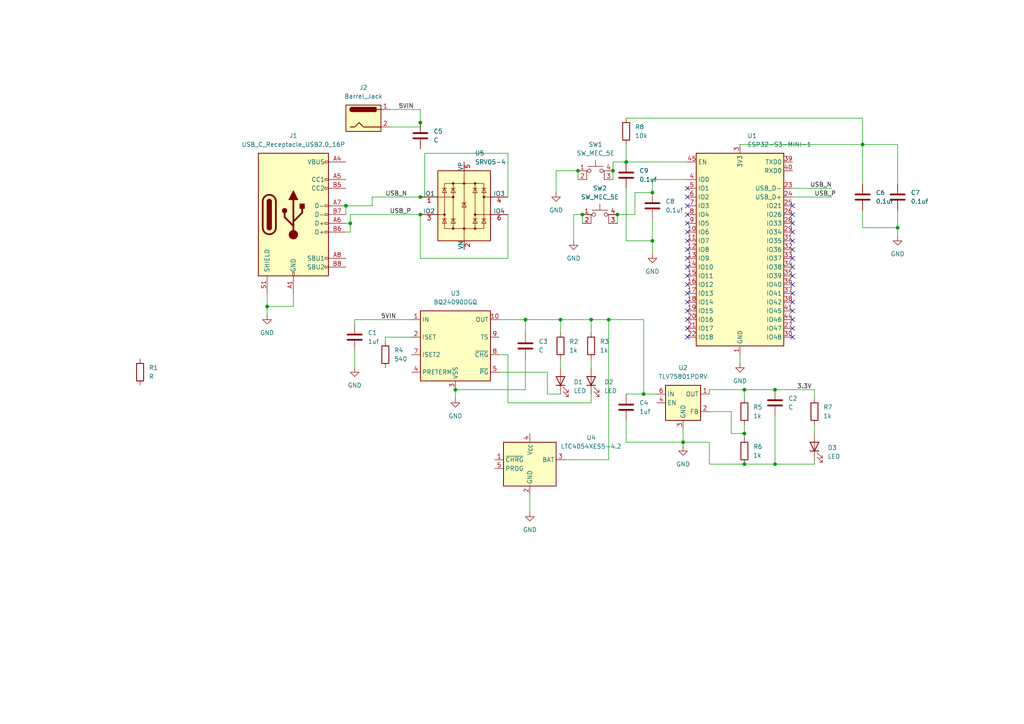
<source format=kicad_sch>
(kicad_sch
	(version 20250114)
	(generator "eeschema")
	(generator_version "9.0")
	(uuid "0864708a-e7ce-4c2c-afaf-727d1a2b3b2a")
	(paper "A4")
	(lib_symbols
		(symbol "Battery_Management:BQ24090DGQ"
			(exclude_from_sim no)
			(in_bom yes)
			(on_board yes)
			(property "Reference" "U"
				(at -9.398 13.462 0)
				(effects
					(font
						(size 1.27 1.27)
					)
				)
			)
			(property "Value" "BQ24090DGQ"
				(at -3.81 11.43 0)
				(effects
					(font
						(size 1.27 1.27)
					)
				)
			)
			(property "Footprint" "Package_SO:HVSSOP-10-1EP_3x3mm_P0.5mm_EP1.57x1.88mm_ThermalVias"
				(at 0 0 0)
				(effects
					(font
						(size 1.27 1.27)
					)
					(hide yes)
				)
			)
			(property "Datasheet" "http://www.ti.com/lit/ds/symlink/bq24090.pdf"
				(at -7.62 19.05 0)
				(effects
					(font
						(size 1.27 1.27)
					)
					(hide yes)
				)
			)
			(property "Description" "1A, Single-Input, SingleCell Li-Ion and Li-Pol BatteryCharger, HVSSOP-10"
				(at 0 0 0)
				(effects
					(font
						(size 1.27 1.27)
					)
					(hide yes)
				)
			)
			(property "ki_keywords" "battery charger singlecell li-ion li-poly"
				(at 0 0 0)
				(effects
					(font
						(size 1.27 1.27)
					)
					(hide yes)
				)
			)
			(property "ki_fp_filters" "HVSSOP*1EP*3x3mm*P0.5mm*"
				(at 0 0 0)
				(effects
					(font
						(size 1.27 1.27)
					)
					(hide yes)
				)
			)
			(symbol "BQ24090DGQ_0_1"
				(rectangle
					(start -10.16 10.16)
					(end 10.16 -10.16)
					(stroke
						(width 0.254)
						(type default)
					)
					(fill
						(type background)
					)
				)
			)
			(symbol "BQ24090DGQ_1_1"
				(pin power_in line
					(at -12.7 7.62 0)
					(length 2.54)
					(name "IN"
						(effects
							(font
								(size 1.27 1.27)
							)
						)
					)
					(number "1"
						(effects
							(font
								(size 1.27 1.27)
							)
						)
					)
				)
				(pin passive line
					(at -12.7 2.54 0)
					(length 2.54)
					(name "ISET"
						(effects
							(font
								(size 1.27 1.27)
							)
						)
					)
					(number "2"
						(effects
							(font
								(size 1.27 1.27)
							)
						)
					)
				)
				(pin passive line
					(at -12.7 -2.54 0)
					(length 2.54)
					(name "ISET2"
						(effects
							(font
								(size 1.27 1.27)
							)
						)
					)
					(number "7"
						(effects
							(font
								(size 1.27 1.27)
							)
						)
					)
				)
				(pin passive line
					(at -12.7 -7.62 0)
					(length 2.54)
					(name "PRETERM"
						(effects
							(font
								(size 1.27 1.27)
							)
						)
					)
					(number "4"
						(effects
							(font
								(size 1.27 1.27)
							)
						)
					)
				)
				(pin passive line
					(at 0 -12.7 90)
					(length 2.54)
					(hide yes)
					(name "VSS"
						(effects
							(font
								(size 1.27 1.27)
							)
						)
					)
					(number "11"
						(effects
							(font
								(size 1.27 1.27)
							)
						)
					)
				)
				(pin power_in line
					(at 0 -12.7 90)
					(length 2.54)
					(name "VSS"
						(effects
							(font
								(size 1.27 1.27)
							)
						)
					)
					(number "3"
						(effects
							(font
								(size 1.27 1.27)
							)
						)
					)
				)
				(pin no_connect line
					(at 5.08 -10.16 90)
					(length 2.54)
					(hide yes)
					(name "NC"
						(effects
							(font
								(size 1.27 1.27)
							)
						)
					)
					(number "6"
						(effects
							(font
								(size 1.27 1.27)
							)
						)
					)
				)
				(pin power_out line
					(at 12.7 7.62 180)
					(length 2.54)
					(name "OUT"
						(effects
							(font
								(size 1.27 1.27)
							)
						)
					)
					(number "10"
						(effects
							(font
								(size 1.27 1.27)
							)
						)
					)
				)
				(pin passive line
					(at 12.7 2.54 180)
					(length 2.54)
					(name "TS"
						(effects
							(font
								(size 1.27 1.27)
							)
						)
					)
					(number "9"
						(effects
							(font
								(size 1.27 1.27)
							)
						)
					)
				)
				(pin open_collector line
					(at 12.7 -2.54 180)
					(length 2.54)
					(name "~{CHG}"
						(effects
							(font
								(size 1.27 1.27)
							)
						)
					)
					(number "8"
						(effects
							(font
								(size 1.27 1.27)
							)
						)
					)
				)
				(pin open_collector line
					(at 12.7 -7.62 180)
					(length 2.54)
					(name "~{PG}"
						(effects
							(font
								(size 1.27 1.27)
							)
						)
					)
					(number "5"
						(effects
							(font
								(size 1.27 1.27)
							)
						)
					)
				)
			)
			(embedded_fonts no)
		)
		(symbol "Battery_Management:LTC4054XES5-4.2"
			(exclude_from_sim no)
			(in_bom yes)
			(on_board yes)
			(property "Reference" "U"
				(at -5.842 6.604 0)
				(effects
					(font
						(size 1.27 1.27)
					)
				)
			)
			(property "Value" "LTC4054XES5-4.2"
				(at 1.524 6.604 0)
				(effects
					(font
						(size 1.27 1.27)
					)
					(justify left)
				)
			)
			(property "Footprint" "Package_TO_SOT_SMD:TSOT-23-5"
				(at 0 -12.7 0)
				(effects
					(font
						(size 1.27 1.27)
					)
					(hide yes)
				)
			)
			(property "Datasheet" "https://www.analog.com/media/en/technical-documentation/data-sheets/405442xf.pdf"
				(at 0 -2.54 0)
				(effects
					(font
						(size 1.27 1.27)
					)
					(hide yes)
				)
			)
			(property "Description" "Constant-current/constant-voltage linear charger for single cell lithium-ion batteries no Trickle Charge, 4.5V to 6.5V VDD, -40 to +85 degree Celsius, TSOT-23-5"
				(at 0 0 0)
				(effects
					(font
						(size 1.27 1.27)
					)
					(hide yes)
				)
			)
			(property "ki_keywords" "Constant-current constant-voltage linear charger single cell lithium-ion battery"
				(at 0 0 0)
				(effects
					(font
						(size 1.27 1.27)
					)
					(hide yes)
				)
			)
			(property "ki_fp_filters" "TSOT?23*"
				(at 0 0 0)
				(effects
					(font
						(size 1.27 1.27)
					)
					(hide yes)
				)
			)
			(symbol "LTC4054XES5-4.2_0_1"
				(rectangle
					(start -7.62 5.08)
					(end 7.62 -7.62)
					(stroke
						(width 0.254)
						(type default)
					)
					(fill
						(type background)
					)
				)
			)
			(symbol "LTC4054XES5-4.2_1_1"
				(pin open_collector line
					(at -10.16 0 0)
					(length 2.54)
					(name "~{CHRG}"
						(effects
							(font
								(size 1.27 1.27)
							)
						)
					)
					(number "1"
						(effects
							(font
								(size 1.27 1.27)
							)
						)
					)
				)
				(pin bidirectional line
					(at -10.16 -2.54 0)
					(length 2.54)
					(name "PROG"
						(effects
							(font
								(size 1.27 1.27)
							)
						)
					)
					(number "5"
						(effects
							(font
								(size 1.27 1.27)
							)
						)
					)
				)
				(pin power_in line
					(at 0 7.62 270)
					(length 2.54)
					(name "V_{CC}"
						(effects
							(font
								(size 1.27 1.27)
							)
						)
					)
					(number "4"
						(effects
							(font
								(size 1.27 1.27)
							)
						)
					)
				)
				(pin power_in line
					(at 0 -10.16 90)
					(length 2.54)
					(name "GND"
						(effects
							(font
								(size 1.27 1.27)
							)
						)
					)
					(number "2"
						(effects
							(font
								(size 1.27 1.27)
							)
						)
					)
				)
				(pin power_out line
					(at 10.16 0 180)
					(length 2.54)
					(name "BAT"
						(effects
							(font
								(size 1.27 1.27)
							)
						)
					)
					(number "3"
						(effects
							(font
								(size 1.27 1.27)
							)
						)
					)
				)
			)
			(embedded_fonts no)
		)
		(symbol "Connector:Barrel_Jack"
			(pin_names
				(offset 1.016)
			)
			(exclude_from_sim no)
			(in_bom yes)
			(on_board yes)
			(property "Reference" "J"
				(at 0 5.334 0)
				(effects
					(font
						(size 1.27 1.27)
					)
				)
			)
			(property "Value" "Barrel_Jack"
				(at 0 -5.08 0)
				(effects
					(font
						(size 1.27 1.27)
					)
				)
			)
			(property "Footprint" ""
				(at 1.27 -1.016 0)
				(effects
					(font
						(size 1.27 1.27)
					)
					(hide yes)
				)
			)
			(property "Datasheet" "~"
				(at 1.27 -1.016 0)
				(effects
					(font
						(size 1.27 1.27)
					)
					(hide yes)
				)
			)
			(property "Description" "DC Barrel Jack"
				(at 0 0 0)
				(effects
					(font
						(size 1.27 1.27)
					)
					(hide yes)
				)
			)
			(property "ki_keywords" "DC power barrel jack connector"
				(at 0 0 0)
				(effects
					(font
						(size 1.27 1.27)
					)
					(hide yes)
				)
			)
			(property "ki_fp_filters" "BarrelJack*"
				(at 0 0 0)
				(effects
					(font
						(size 1.27 1.27)
					)
					(hide yes)
				)
			)
			(symbol "Barrel_Jack_0_1"
				(rectangle
					(start -5.08 3.81)
					(end 5.08 -3.81)
					(stroke
						(width 0.254)
						(type default)
					)
					(fill
						(type background)
					)
				)
				(polyline
					(pts
						(xy -3.81 -2.54) (xy -2.54 -2.54) (xy -1.27 -1.27) (xy 0 -2.54) (xy 2.54 -2.54) (xy 5.08 -2.54)
					)
					(stroke
						(width 0.254)
						(type default)
					)
					(fill
						(type none)
					)
				)
				(arc
					(start -3.302 1.905)
					(mid -3.9343 2.54)
					(end -3.302 3.175)
					(stroke
						(width 0.254)
						(type default)
					)
					(fill
						(type none)
					)
				)
				(arc
					(start -3.302 1.905)
					(mid -3.9343 2.54)
					(end -3.302 3.175)
					(stroke
						(width 0.254)
						(type default)
					)
					(fill
						(type outline)
					)
				)
				(rectangle
					(start 3.683 3.175)
					(end -3.302 1.905)
					(stroke
						(width 0.254)
						(type default)
					)
					(fill
						(type outline)
					)
				)
				(polyline
					(pts
						(xy 5.08 2.54) (xy 3.81 2.54)
					)
					(stroke
						(width 0.254)
						(type default)
					)
					(fill
						(type none)
					)
				)
			)
			(symbol "Barrel_Jack_1_1"
				(pin passive line
					(at 7.62 2.54 180)
					(length 2.54)
					(name "~"
						(effects
							(font
								(size 1.27 1.27)
							)
						)
					)
					(number "1"
						(effects
							(font
								(size 1.27 1.27)
							)
						)
					)
				)
				(pin passive line
					(at 7.62 -2.54 180)
					(length 2.54)
					(name "~"
						(effects
							(font
								(size 1.27 1.27)
							)
						)
					)
					(number "2"
						(effects
							(font
								(size 1.27 1.27)
							)
						)
					)
				)
			)
			(embedded_fonts no)
		)
		(symbol "Connector:USB_C_Receptacle_USB2.0_16P"
			(pin_names
				(offset 1.016)
			)
			(exclude_from_sim no)
			(in_bom yes)
			(on_board yes)
			(property "Reference" "J"
				(at 0 22.225 0)
				(effects
					(font
						(size 1.27 1.27)
					)
				)
			)
			(property "Value" "USB_C_Receptacle_USB2.0_16P"
				(at 0 19.685 0)
				(effects
					(font
						(size 1.27 1.27)
					)
				)
			)
			(property "Footprint" ""
				(at 3.81 0 0)
				(effects
					(font
						(size 1.27 1.27)
					)
					(hide yes)
				)
			)
			(property "Datasheet" "https://www.usb.org/sites/default/files/documents/usb_type-c.zip"
				(at 3.81 0 0)
				(effects
					(font
						(size 1.27 1.27)
					)
					(hide yes)
				)
			)
			(property "Description" "USB 2.0-only 16P Type-C Receptacle connector"
				(at 0 0 0)
				(effects
					(font
						(size 1.27 1.27)
					)
					(hide yes)
				)
			)
			(property "ki_keywords" "usb universal serial bus type-C USB2.0"
				(at 0 0 0)
				(effects
					(font
						(size 1.27 1.27)
					)
					(hide yes)
				)
			)
			(property "ki_fp_filters" "USB*C*Receptacle*"
				(at 0 0 0)
				(effects
					(font
						(size 1.27 1.27)
					)
					(hide yes)
				)
			)
			(symbol "USB_C_Receptacle_USB2.0_16P_0_0"
				(rectangle
					(start -0.254 -17.78)
					(end 0.254 -16.764)
					(stroke
						(width 0)
						(type default)
					)
					(fill
						(type none)
					)
				)
				(rectangle
					(start 10.16 15.494)
					(end 9.144 14.986)
					(stroke
						(width 0)
						(type default)
					)
					(fill
						(type none)
					)
				)
				(rectangle
					(start 10.16 10.414)
					(end 9.144 9.906)
					(stroke
						(width 0)
						(type default)
					)
					(fill
						(type none)
					)
				)
				(rectangle
					(start 10.16 7.874)
					(end 9.144 7.366)
					(stroke
						(width 0)
						(type default)
					)
					(fill
						(type none)
					)
				)
				(rectangle
					(start 10.16 2.794)
					(end 9.144 2.286)
					(stroke
						(width 0)
						(type default)
					)
					(fill
						(type none)
					)
				)
				(rectangle
					(start 10.16 0.254)
					(end 9.144 -0.254)
					(stroke
						(width 0)
						(type default)
					)
					(fill
						(type none)
					)
				)
				(rectangle
					(start 10.16 -2.286)
					(end 9.144 -2.794)
					(stroke
						(width 0)
						(type default)
					)
					(fill
						(type none)
					)
				)
				(rectangle
					(start 10.16 -4.826)
					(end 9.144 -5.334)
					(stroke
						(width 0)
						(type default)
					)
					(fill
						(type none)
					)
				)
				(rectangle
					(start 10.16 -12.446)
					(end 9.144 -12.954)
					(stroke
						(width 0)
						(type default)
					)
					(fill
						(type none)
					)
				)
				(rectangle
					(start 10.16 -14.986)
					(end 9.144 -15.494)
					(stroke
						(width 0)
						(type default)
					)
					(fill
						(type none)
					)
				)
			)
			(symbol "USB_C_Receptacle_USB2.0_16P_0_1"
				(rectangle
					(start -10.16 17.78)
					(end 10.16 -17.78)
					(stroke
						(width 0.254)
						(type default)
					)
					(fill
						(type background)
					)
				)
				(polyline
					(pts
						(xy -8.89 -3.81) (xy -8.89 3.81)
					)
					(stroke
						(width 0.508)
						(type default)
					)
					(fill
						(type none)
					)
				)
				(rectangle
					(start -7.62 -3.81)
					(end -6.35 3.81)
					(stroke
						(width 0.254)
						(type default)
					)
					(fill
						(type outline)
					)
				)
				(arc
					(start -7.62 3.81)
					(mid -6.985 4.4423)
					(end -6.35 3.81)
					(stroke
						(width 0.254)
						(type default)
					)
					(fill
						(type none)
					)
				)
				(arc
					(start -7.62 3.81)
					(mid -6.985 4.4423)
					(end -6.35 3.81)
					(stroke
						(width 0.254)
						(type default)
					)
					(fill
						(type outline)
					)
				)
				(arc
					(start -8.89 3.81)
					(mid -6.985 5.7067)
					(end -5.08 3.81)
					(stroke
						(width 0.508)
						(type default)
					)
					(fill
						(type none)
					)
				)
				(arc
					(start -5.08 -3.81)
					(mid -6.985 -5.7067)
					(end -8.89 -3.81)
					(stroke
						(width 0.508)
						(type default)
					)
					(fill
						(type none)
					)
				)
				(arc
					(start -6.35 -3.81)
					(mid -6.985 -4.4423)
					(end -7.62 -3.81)
					(stroke
						(width 0.254)
						(type default)
					)
					(fill
						(type none)
					)
				)
				(arc
					(start -6.35 -3.81)
					(mid -6.985 -4.4423)
					(end -7.62 -3.81)
					(stroke
						(width 0.254)
						(type default)
					)
					(fill
						(type outline)
					)
				)
				(polyline
					(pts
						(xy -5.08 3.81) (xy -5.08 -3.81)
					)
					(stroke
						(width 0.508)
						(type default)
					)
					(fill
						(type none)
					)
				)
				(circle
					(center -2.54 1.143)
					(radius 0.635)
					(stroke
						(width 0.254)
						(type default)
					)
					(fill
						(type outline)
					)
				)
				(polyline
					(pts
						(xy -1.27 4.318) (xy 0 6.858) (xy 1.27 4.318) (xy -1.27 4.318)
					)
					(stroke
						(width 0.254)
						(type default)
					)
					(fill
						(type outline)
					)
				)
				(polyline
					(pts
						(xy 0 -2.032) (xy 2.54 0.508) (xy 2.54 1.778)
					)
					(stroke
						(width 0.508)
						(type default)
					)
					(fill
						(type none)
					)
				)
				(polyline
					(pts
						(xy 0 -3.302) (xy -2.54 -0.762) (xy -2.54 0.508)
					)
					(stroke
						(width 0.508)
						(type default)
					)
					(fill
						(type none)
					)
				)
				(polyline
					(pts
						(xy 0 -5.842) (xy 0 4.318)
					)
					(stroke
						(width 0.508)
						(type default)
					)
					(fill
						(type none)
					)
				)
				(circle
					(center 0 -5.842)
					(radius 1.27)
					(stroke
						(width 0)
						(type default)
					)
					(fill
						(type outline)
					)
				)
				(rectangle
					(start 1.905 1.778)
					(end 3.175 3.048)
					(stroke
						(width 0.254)
						(type default)
					)
					(fill
						(type outline)
					)
				)
			)
			(symbol "USB_C_Receptacle_USB2.0_16P_1_1"
				(pin passive line
					(at -7.62 -22.86 90)
					(length 5.08)
					(name "SHIELD"
						(effects
							(font
								(size 1.27 1.27)
							)
						)
					)
					(number "S1"
						(effects
							(font
								(size 1.27 1.27)
							)
						)
					)
				)
				(pin passive line
					(at 0 -22.86 90)
					(length 5.08)
					(name "GND"
						(effects
							(font
								(size 1.27 1.27)
							)
						)
					)
					(number "A1"
						(effects
							(font
								(size 1.27 1.27)
							)
						)
					)
				)
				(pin passive line
					(at 0 -22.86 90)
					(length 5.08)
					(hide yes)
					(name "GND"
						(effects
							(font
								(size 1.27 1.27)
							)
						)
					)
					(number "A12"
						(effects
							(font
								(size 1.27 1.27)
							)
						)
					)
				)
				(pin passive line
					(at 0 -22.86 90)
					(length 5.08)
					(hide yes)
					(name "GND"
						(effects
							(font
								(size 1.27 1.27)
							)
						)
					)
					(number "B1"
						(effects
							(font
								(size 1.27 1.27)
							)
						)
					)
				)
				(pin passive line
					(at 0 -22.86 90)
					(length 5.08)
					(hide yes)
					(name "GND"
						(effects
							(font
								(size 1.27 1.27)
							)
						)
					)
					(number "B12"
						(effects
							(font
								(size 1.27 1.27)
							)
						)
					)
				)
				(pin passive line
					(at 15.24 15.24 180)
					(length 5.08)
					(name "VBUS"
						(effects
							(font
								(size 1.27 1.27)
							)
						)
					)
					(number "A4"
						(effects
							(font
								(size 1.27 1.27)
							)
						)
					)
				)
				(pin passive line
					(at 15.24 15.24 180)
					(length 5.08)
					(hide yes)
					(name "VBUS"
						(effects
							(font
								(size 1.27 1.27)
							)
						)
					)
					(number "A9"
						(effects
							(font
								(size 1.27 1.27)
							)
						)
					)
				)
				(pin passive line
					(at 15.24 15.24 180)
					(length 5.08)
					(hide yes)
					(name "VBUS"
						(effects
							(font
								(size 1.27 1.27)
							)
						)
					)
					(number "B4"
						(effects
							(font
								(size 1.27 1.27)
							)
						)
					)
				)
				(pin passive line
					(at 15.24 15.24 180)
					(length 5.08)
					(hide yes)
					(name "VBUS"
						(effects
							(font
								(size 1.27 1.27)
							)
						)
					)
					(number "B9"
						(effects
							(font
								(size 1.27 1.27)
							)
						)
					)
				)
				(pin bidirectional line
					(at 15.24 10.16 180)
					(length 5.08)
					(name "CC1"
						(effects
							(font
								(size 1.27 1.27)
							)
						)
					)
					(number "A5"
						(effects
							(font
								(size 1.27 1.27)
							)
						)
					)
				)
				(pin bidirectional line
					(at 15.24 7.62 180)
					(length 5.08)
					(name "CC2"
						(effects
							(font
								(size 1.27 1.27)
							)
						)
					)
					(number "B5"
						(effects
							(font
								(size 1.27 1.27)
							)
						)
					)
				)
				(pin bidirectional line
					(at 15.24 2.54 180)
					(length 5.08)
					(name "D-"
						(effects
							(font
								(size 1.27 1.27)
							)
						)
					)
					(number "A7"
						(effects
							(font
								(size 1.27 1.27)
							)
						)
					)
				)
				(pin bidirectional line
					(at 15.24 0 180)
					(length 5.08)
					(name "D-"
						(effects
							(font
								(size 1.27 1.27)
							)
						)
					)
					(number "B7"
						(effects
							(font
								(size 1.27 1.27)
							)
						)
					)
				)
				(pin bidirectional line
					(at 15.24 -2.54 180)
					(length 5.08)
					(name "D+"
						(effects
							(font
								(size 1.27 1.27)
							)
						)
					)
					(number "A6"
						(effects
							(font
								(size 1.27 1.27)
							)
						)
					)
				)
				(pin bidirectional line
					(at 15.24 -5.08 180)
					(length 5.08)
					(name "D+"
						(effects
							(font
								(size 1.27 1.27)
							)
						)
					)
					(number "B6"
						(effects
							(font
								(size 1.27 1.27)
							)
						)
					)
				)
				(pin bidirectional line
					(at 15.24 -12.7 180)
					(length 5.08)
					(name "SBU1"
						(effects
							(font
								(size 1.27 1.27)
							)
						)
					)
					(number "A8"
						(effects
							(font
								(size 1.27 1.27)
							)
						)
					)
				)
				(pin bidirectional line
					(at 15.24 -15.24 180)
					(length 5.08)
					(name "SBU2"
						(effects
							(font
								(size 1.27 1.27)
							)
						)
					)
					(number "B8"
						(effects
							(font
								(size 1.27 1.27)
							)
						)
					)
				)
			)
			(embedded_fonts no)
		)
		(symbol "Device:C"
			(pin_numbers
				(hide yes)
			)
			(pin_names
				(offset 0.254)
			)
			(exclude_from_sim no)
			(in_bom yes)
			(on_board yes)
			(property "Reference" "C"
				(at 0.635 2.54 0)
				(effects
					(font
						(size 1.27 1.27)
					)
					(justify left)
				)
			)
			(property "Value" "C"
				(at 0.635 -2.54 0)
				(effects
					(font
						(size 1.27 1.27)
					)
					(justify left)
				)
			)
			(property "Footprint" ""
				(at 0.9652 -3.81 0)
				(effects
					(font
						(size 1.27 1.27)
					)
					(hide yes)
				)
			)
			(property "Datasheet" "~"
				(at 0 0 0)
				(effects
					(font
						(size 1.27 1.27)
					)
					(hide yes)
				)
			)
			(property "Description" "Unpolarized capacitor"
				(at 0 0 0)
				(effects
					(font
						(size 1.27 1.27)
					)
					(hide yes)
				)
			)
			(property "ki_keywords" "cap capacitor"
				(at 0 0 0)
				(effects
					(font
						(size 1.27 1.27)
					)
					(hide yes)
				)
			)
			(property "ki_fp_filters" "C_*"
				(at 0 0 0)
				(effects
					(font
						(size 1.27 1.27)
					)
					(hide yes)
				)
			)
			(symbol "C_0_1"
				(polyline
					(pts
						(xy -2.032 0.762) (xy 2.032 0.762)
					)
					(stroke
						(width 0.508)
						(type default)
					)
					(fill
						(type none)
					)
				)
				(polyline
					(pts
						(xy -2.032 -0.762) (xy 2.032 -0.762)
					)
					(stroke
						(width 0.508)
						(type default)
					)
					(fill
						(type none)
					)
				)
			)
			(symbol "C_1_1"
				(pin passive line
					(at 0 3.81 270)
					(length 2.794)
					(name "~"
						(effects
							(font
								(size 1.27 1.27)
							)
						)
					)
					(number "1"
						(effects
							(font
								(size 1.27 1.27)
							)
						)
					)
				)
				(pin passive line
					(at 0 -3.81 90)
					(length 2.794)
					(name "~"
						(effects
							(font
								(size 1.27 1.27)
							)
						)
					)
					(number "2"
						(effects
							(font
								(size 1.27 1.27)
							)
						)
					)
				)
			)
			(embedded_fonts no)
		)
		(symbol "Device:LED"
			(pin_numbers
				(hide yes)
			)
			(pin_names
				(offset 1.016)
				(hide yes)
			)
			(exclude_from_sim no)
			(in_bom yes)
			(on_board yes)
			(property "Reference" "D"
				(at 0 2.54 0)
				(effects
					(font
						(size 1.27 1.27)
					)
				)
			)
			(property "Value" "LED"
				(at 0 -2.54 0)
				(effects
					(font
						(size 1.27 1.27)
					)
				)
			)
			(property "Footprint" ""
				(at 0 0 0)
				(effects
					(font
						(size 1.27 1.27)
					)
					(hide yes)
				)
			)
			(property "Datasheet" "~"
				(at 0 0 0)
				(effects
					(font
						(size 1.27 1.27)
					)
					(hide yes)
				)
			)
			(property "Description" "Light emitting diode"
				(at 0 0 0)
				(effects
					(font
						(size 1.27 1.27)
					)
					(hide yes)
				)
			)
			(property "Sim.Pins" "1=K 2=A"
				(at 0 0 0)
				(effects
					(font
						(size 1.27 1.27)
					)
					(hide yes)
				)
			)
			(property "ki_keywords" "LED diode"
				(at 0 0 0)
				(effects
					(font
						(size 1.27 1.27)
					)
					(hide yes)
				)
			)
			(property "ki_fp_filters" "LED* LED_SMD:* LED_THT:*"
				(at 0 0 0)
				(effects
					(font
						(size 1.27 1.27)
					)
					(hide yes)
				)
			)
			(symbol "LED_0_1"
				(polyline
					(pts
						(xy -3.048 -0.762) (xy -4.572 -2.286) (xy -3.81 -2.286) (xy -4.572 -2.286) (xy -4.572 -1.524)
					)
					(stroke
						(width 0)
						(type default)
					)
					(fill
						(type none)
					)
				)
				(polyline
					(pts
						(xy -1.778 -0.762) (xy -3.302 -2.286) (xy -2.54 -2.286) (xy -3.302 -2.286) (xy -3.302 -1.524)
					)
					(stroke
						(width 0)
						(type default)
					)
					(fill
						(type none)
					)
				)
				(polyline
					(pts
						(xy -1.27 0) (xy 1.27 0)
					)
					(stroke
						(width 0)
						(type default)
					)
					(fill
						(type none)
					)
				)
				(polyline
					(pts
						(xy -1.27 -1.27) (xy -1.27 1.27)
					)
					(stroke
						(width 0.254)
						(type default)
					)
					(fill
						(type none)
					)
				)
				(polyline
					(pts
						(xy 1.27 -1.27) (xy 1.27 1.27) (xy -1.27 0) (xy 1.27 -1.27)
					)
					(stroke
						(width 0.254)
						(type default)
					)
					(fill
						(type none)
					)
				)
			)
			(symbol "LED_1_1"
				(pin passive line
					(at -3.81 0 0)
					(length 2.54)
					(name "K"
						(effects
							(font
								(size 1.27 1.27)
							)
						)
					)
					(number "1"
						(effects
							(font
								(size 1.27 1.27)
							)
						)
					)
				)
				(pin passive line
					(at 3.81 0 180)
					(length 2.54)
					(name "A"
						(effects
							(font
								(size 1.27 1.27)
							)
						)
					)
					(number "2"
						(effects
							(font
								(size 1.27 1.27)
							)
						)
					)
				)
			)
			(embedded_fonts no)
		)
		(symbol "Device:R"
			(pin_numbers
				(hide yes)
			)
			(pin_names
				(offset 0)
			)
			(exclude_from_sim no)
			(in_bom yes)
			(on_board yes)
			(property "Reference" "R"
				(at 2.032 0 90)
				(effects
					(font
						(size 1.27 1.27)
					)
				)
			)
			(property "Value" "R"
				(at 0 0 90)
				(effects
					(font
						(size 1.27 1.27)
					)
				)
			)
			(property "Footprint" ""
				(at -1.778 0 90)
				(effects
					(font
						(size 1.27 1.27)
					)
					(hide yes)
				)
			)
			(property "Datasheet" "~"
				(at 0 0 0)
				(effects
					(font
						(size 1.27 1.27)
					)
					(hide yes)
				)
			)
			(property "Description" "Resistor"
				(at 0 0 0)
				(effects
					(font
						(size 1.27 1.27)
					)
					(hide yes)
				)
			)
			(property "ki_keywords" "R res resistor"
				(at 0 0 0)
				(effects
					(font
						(size 1.27 1.27)
					)
					(hide yes)
				)
			)
			(property "ki_fp_filters" "R_*"
				(at 0 0 0)
				(effects
					(font
						(size 1.27 1.27)
					)
					(hide yes)
				)
			)
			(symbol "R_0_1"
				(rectangle
					(start -1.016 -2.54)
					(end 1.016 2.54)
					(stroke
						(width 0.254)
						(type default)
					)
					(fill
						(type none)
					)
				)
			)
			(symbol "R_1_1"
				(pin passive line
					(at 0 3.81 270)
					(length 1.27)
					(name "~"
						(effects
							(font
								(size 1.27 1.27)
							)
						)
					)
					(number "1"
						(effects
							(font
								(size 1.27 1.27)
							)
						)
					)
				)
				(pin passive line
					(at 0 -3.81 90)
					(length 1.27)
					(name "~"
						(effects
							(font
								(size 1.27 1.27)
							)
						)
					)
					(number "2"
						(effects
							(font
								(size 1.27 1.27)
							)
						)
					)
				)
			)
			(embedded_fonts no)
		)
		(symbol "Power_Protection:SRV05-4"
			(pin_names
				(offset 0)
			)
			(exclude_from_sim no)
			(in_bom yes)
			(on_board yes)
			(property "Reference" "U"
				(at -5.08 11.43 0)
				(effects
					(font
						(size 1.27 1.27)
					)
					(justify right)
				)
			)
			(property "Value" "SRV05-4"
				(at 2.54 11.43 0)
				(effects
					(font
						(size 1.27 1.27)
					)
					(justify left)
				)
			)
			(property "Footprint" "Package_TO_SOT_SMD:SOT-23-6"
				(at 17.78 -11.43 0)
				(effects
					(font
						(size 1.27 1.27)
					)
					(hide yes)
				)
			)
			(property "Datasheet" "http://www.onsemi.com/pub/Collateral/SRV05-4-D.PDF"
				(at 0 0 0)
				(effects
					(font
						(size 1.27 1.27)
					)
					(hide yes)
				)
			)
			(property "Description" "ESD Protection Diodes with Low Clamping Voltage, SOT-23-6"
				(at 0 0 0)
				(effects
					(font
						(size 1.27 1.27)
					)
					(hide yes)
				)
			)
			(property "ki_keywords" "ESD protection diodes"
				(at 0 0 0)
				(effects
					(font
						(size 1.27 1.27)
					)
					(hide yes)
				)
			)
			(property "ki_fp_filters" "SOT?23*"
				(at 0 0 0)
				(effects
					(font
						(size 1.27 1.27)
					)
					(hide yes)
				)
			)
			(symbol "SRV05-4_0_0"
				(rectangle
					(start -5.715 6.477)
					(end 5.715 -6.604)
					(stroke
						(width 0)
						(type default)
					)
					(fill
						(type none)
					)
				)
				(polyline
					(pts
						(xy -3.175 -6.604) (xy -3.175 6.477)
					)
					(stroke
						(width 0)
						(type default)
					)
					(fill
						(type none)
					)
				)
				(polyline
					(pts
						(xy 3.175 6.477) (xy 3.175 -6.604)
					)
					(stroke
						(width 0)
						(type default)
					)
					(fill
						(type none)
					)
				)
			)
			(symbol "SRV05-4_0_1"
				(polyline
					(pts
						(xy -7.747 2.54) (xy -3.175 2.54)
					)
					(stroke
						(width 0)
						(type default)
					)
					(fill
						(type none)
					)
				)
				(rectangle
					(start -7.62 10.16)
					(end 7.62 -10.16)
					(stroke
						(width 0.254)
						(type default)
					)
					(fill
						(type background)
					)
				)
				(polyline
					(pts
						(xy -7.62 -2.54) (xy -5.715 -2.54)
					)
					(stroke
						(width 0)
						(type default)
					)
					(fill
						(type none)
					)
				)
				(circle
					(center -5.715 -2.54)
					(radius 0.2794)
					(stroke
						(width 0)
						(type default)
					)
					(fill
						(type outline)
					)
				)
				(polyline
					(pts
						(xy -5.08 5.08) (xy -6.35 5.08)
					)
					(stroke
						(width 0)
						(type default)
					)
					(fill
						(type none)
					)
				)
				(polyline
					(pts
						(xy -5.08 3.81) (xy -6.35 3.81) (xy -5.715 5.08) (xy -5.08 3.81)
					)
					(stroke
						(width 0)
						(type default)
					)
					(fill
						(type none)
					)
				)
				(polyline
					(pts
						(xy -5.08 -3.81) (xy -6.35 -3.81)
					)
					(stroke
						(width 0)
						(type default)
					)
					(fill
						(type none)
					)
				)
				(polyline
					(pts
						(xy -5.08 -5.08) (xy -6.35 -5.08) (xy -5.715 -3.81) (xy -5.08 -5.08)
					)
					(stroke
						(width 0)
						(type default)
					)
					(fill
						(type none)
					)
				)
				(circle
					(center -3.175 6.477)
					(radius 0.2794)
					(stroke
						(width 0)
						(type default)
					)
					(fill
						(type outline)
					)
				)
				(circle
					(center -3.175 2.54)
					(radius 0.2794)
					(stroke
						(width 0)
						(type default)
					)
					(fill
						(type outline)
					)
				)
				(circle
					(center -3.175 -6.604)
					(radius 0.2794)
					(stroke
						(width 0)
						(type default)
					)
					(fill
						(type outline)
					)
				)
				(polyline
					(pts
						(xy -2.54 5.08) (xy -3.81 5.08)
					)
					(stroke
						(width 0)
						(type default)
					)
					(fill
						(type none)
					)
				)
				(polyline
					(pts
						(xy -2.54 3.81) (xy -3.81 3.81) (xy -3.175 5.08) (xy -2.54 3.81)
					)
					(stroke
						(width 0)
						(type default)
					)
					(fill
						(type none)
					)
				)
				(polyline
					(pts
						(xy -2.54 -3.81) (xy -3.81 -3.81)
					)
					(stroke
						(width 0)
						(type default)
					)
					(fill
						(type none)
					)
				)
				(polyline
					(pts
						(xy -2.54 -5.08) (xy -3.81 -5.08) (xy -3.175 -3.81) (xy -2.54 -5.08)
					)
					(stroke
						(width 0)
						(type default)
					)
					(fill
						(type none)
					)
				)
				(polyline
					(pts
						(xy 0 10.16) (xy 0 -10.16)
					)
					(stroke
						(width 0)
						(type default)
					)
					(fill
						(type none)
					)
				)
				(circle
					(center 0 6.477)
					(radius 0.2794)
					(stroke
						(width 0)
						(type default)
					)
					(fill
						(type outline)
					)
				)
				(circle
					(center 0 -6.604)
					(radius 0.2794)
					(stroke
						(width 0)
						(type default)
					)
					(fill
						(type outline)
					)
				)
				(polyline
					(pts
						(xy 0.635 0.889) (xy -0.635 0.889) (xy -0.635 0.635)
					)
					(stroke
						(width 0)
						(type default)
					)
					(fill
						(type none)
					)
				)
				(polyline
					(pts
						(xy 0.635 -0.381) (xy -0.635 -0.381) (xy 0 0.889) (xy 0.635 -0.381)
					)
					(stroke
						(width 0)
						(type default)
					)
					(fill
						(type none)
					)
				)
				(circle
					(center 3.175 6.477)
					(radius 0.2794)
					(stroke
						(width 0)
						(type default)
					)
					(fill
						(type outline)
					)
				)
				(circle
					(center 3.175 -2.54)
					(radius 0.2794)
					(stroke
						(width 0)
						(type default)
					)
					(fill
						(type outline)
					)
				)
				(circle
					(center 3.175 -6.604)
					(radius 0.2794)
					(stroke
						(width 0)
						(type default)
					)
					(fill
						(type outline)
					)
				)
				(polyline
					(pts
						(xy 3.81 5.08) (xy 2.54 5.08)
					)
					(stroke
						(width 0)
						(type default)
					)
					(fill
						(type none)
					)
				)
				(polyline
					(pts
						(xy 3.81 3.81) (xy 2.54 3.81) (xy 3.175 5.08) (xy 3.81 3.81)
					)
					(stroke
						(width 0)
						(type default)
					)
					(fill
						(type none)
					)
				)
				(polyline
					(pts
						(xy 3.81 -3.81) (xy 2.54 -3.81)
					)
					(stroke
						(width 0)
						(type default)
					)
					(fill
						(type none)
					)
				)
				(polyline
					(pts
						(xy 3.81 -5.08) (xy 2.54 -5.08) (xy 3.175 -3.81) (xy 3.81 -5.08)
					)
					(stroke
						(width 0)
						(type default)
					)
					(fill
						(type none)
					)
				)
				(circle
					(center 5.715 2.54)
					(radius 0.2794)
					(stroke
						(width 0)
						(type default)
					)
					(fill
						(type outline)
					)
				)
				(polyline
					(pts
						(xy 6.35 5.08) (xy 5.08 5.08)
					)
					(stroke
						(width 0)
						(type default)
					)
					(fill
						(type none)
					)
				)
				(polyline
					(pts
						(xy 6.35 3.81) (xy 5.08 3.81) (xy 5.715 5.08) (xy 6.35 3.81)
					)
					(stroke
						(width 0)
						(type default)
					)
					(fill
						(type none)
					)
				)
				(polyline
					(pts
						(xy 6.35 -3.81) (xy 5.08 -3.81)
					)
					(stroke
						(width 0)
						(type default)
					)
					(fill
						(type none)
					)
				)
				(polyline
					(pts
						(xy 6.35 -5.08) (xy 5.08 -5.08) (xy 5.715 -3.81) (xy 6.35 -5.08)
					)
					(stroke
						(width 0)
						(type default)
					)
					(fill
						(type none)
					)
				)
				(polyline
					(pts
						(xy 7.62 2.54) (xy 5.715 2.54)
					)
					(stroke
						(width 0)
						(type default)
					)
					(fill
						(type none)
					)
				)
				(polyline
					(pts
						(xy 7.62 -2.54) (xy 3.175 -2.54)
					)
					(stroke
						(width 0)
						(type default)
					)
					(fill
						(type none)
					)
				)
			)
			(symbol "SRV05-4_1_1"
				(pin passive line
					(at -12.7 2.54 0)
					(length 5.08)
					(name "IO1"
						(effects
							(font
								(size 1.27 1.27)
							)
						)
					)
					(number "1"
						(effects
							(font
								(size 1.27 1.27)
							)
						)
					)
				)
				(pin passive line
					(at -12.7 -2.54 0)
					(length 5.08)
					(name "IO2"
						(effects
							(font
								(size 1.27 1.27)
							)
						)
					)
					(number "3"
						(effects
							(font
								(size 1.27 1.27)
							)
						)
					)
				)
				(pin passive line
					(at 0 12.7 270)
					(length 2.54)
					(name "VP"
						(effects
							(font
								(size 1.27 1.27)
							)
						)
					)
					(number "5"
						(effects
							(font
								(size 1.27 1.27)
							)
						)
					)
				)
				(pin passive line
					(at 0 -12.7 90)
					(length 2.54)
					(name "VN"
						(effects
							(font
								(size 1.27 1.27)
							)
						)
					)
					(number "2"
						(effects
							(font
								(size 1.27 1.27)
							)
						)
					)
				)
				(pin passive line
					(at 12.7 2.54 180)
					(length 5.08)
					(name "IO3"
						(effects
							(font
								(size 1.27 1.27)
							)
						)
					)
					(number "4"
						(effects
							(font
								(size 1.27 1.27)
							)
						)
					)
				)
				(pin passive line
					(at 12.7 -2.54 180)
					(length 5.08)
					(name "IO4"
						(effects
							(font
								(size 1.27 1.27)
							)
						)
					)
					(number "6"
						(effects
							(font
								(size 1.27 1.27)
							)
						)
					)
				)
			)
			(embedded_fonts no)
		)
		(symbol "RF_Module:ESP32-S3-MINI-1"
			(exclude_from_sim no)
			(in_bom yes)
			(on_board yes)
			(property "Reference" "U"
				(at -11.43 29.21 0)
				(effects
					(font
						(size 1.27 1.27)
					)
				)
			)
			(property "Value" "ESP32-S3-MINI-1"
				(at 12.7 29.21 0)
				(effects
					(font
						(size 1.27 1.27)
					)
				)
			)
			(property "Footprint" "RF_Module:ESP32-S2-MINI-1"
				(at 15.24 -29.21 0)
				(effects
					(font
						(size 1.27 1.27)
					)
					(hide yes)
				)
			)
			(property "Datasheet" "https://www.espressif.com/sites/default/files/documentation/esp32-s3-mini-1_mini-1u_datasheet_en.pdf"
				(at 0 40.64 0)
				(effects
					(font
						(size 1.27 1.27)
					)
					(hide yes)
				)
			)
			(property "Description" "RF Module, ESP32-S3 SoC, Wi-Fi 802.11b/g/n, Bluetooth, BLE, 32-bit, 3.3V, SMD, onboard antenna"
				(at 0 43.18 0)
				(effects
					(font
						(size 1.27 1.27)
					)
					(hide yes)
				)
			)
			(property "ki_keywords" "RF Radio BT ESP ESP32-S3 Espressif"
				(at 0 0 0)
				(effects
					(font
						(size 1.27 1.27)
					)
					(hide yes)
				)
			)
			(property "ki_fp_filters" "ESP32?S*MINI?1"
				(at 0 0 0)
				(effects
					(font
						(size 1.27 1.27)
					)
					(hide yes)
				)
			)
			(symbol "ESP32-S3-MINI-1_0_1"
				(rectangle
					(start -12.7 27.94)
					(end 12.7 -27.94)
					(stroke
						(width 0.254)
						(type default)
					)
					(fill
						(type background)
					)
				)
			)
			(symbol "ESP32-S3-MINI-1_1_1"
				(pin input line
					(at -15.24 25.4 0)
					(length 2.54)
					(name "EN"
						(effects
							(font
								(size 1.27 1.27)
							)
						)
					)
					(number "45"
						(effects
							(font
								(size 1.27 1.27)
							)
						)
					)
				)
				(pin bidirectional line
					(at -15.24 20.32 0)
					(length 2.54)
					(name "IO0"
						(effects
							(font
								(size 1.27 1.27)
							)
						)
					)
					(number "4"
						(effects
							(font
								(size 1.27 1.27)
							)
						)
					)
				)
				(pin bidirectional line
					(at -15.24 17.78 0)
					(length 2.54)
					(name "IO1"
						(effects
							(font
								(size 1.27 1.27)
							)
						)
					)
					(number "5"
						(effects
							(font
								(size 1.27 1.27)
							)
						)
					)
				)
				(pin bidirectional line
					(at -15.24 15.24 0)
					(length 2.54)
					(name "IO2"
						(effects
							(font
								(size 1.27 1.27)
							)
						)
					)
					(number "6"
						(effects
							(font
								(size 1.27 1.27)
							)
						)
					)
				)
				(pin bidirectional line
					(at -15.24 12.7 0)
					(length 2.54)
					(name "IO3"
						(effects
							(font
								(size 1.27 1.27)
							)
						)
					)
					(number "7"
						(effects
							(font
								(size 1.27 1.27)
							)
						)
					)
				)
				(pin bidirectional line
					(at -15.24 10.16 0)
					(length 2.54)
					(name "IO4"
						(effects
							(font
								(size 1.27 1.27)
							)
						)
					)
					(number "8"
						(effects
							(font
								(size 1.27 1.27)
							)
						)
					)
				)
				(pin bidirectional line
					(at -15.24 7.62 0)
					(length 2.54)
					(name "IO5"
						(effects
							(font
								(size 1.27 1.27)
							)
						)
					)
					(number "9"
						(effects
							(font
								(size 1.27 1.27)
							)
						)
					)
				)
				(pin bidirectional line
					(at -15.24 5.08 0)
					(length 2.54)
					(name "IO6"
						(effects
							(font
								(size 1.27 1.27)
							)
						)
					)
					(number "10"
						(effects
							(font
								(size 1.27 1.27)
							)
						)
					)
				)
				(pin bidirectional line
					(at -15.24 2.54 0)
					(length 2.54)
					(name "IO7"
						(effects
							(font
								(size 1.27 1.27)
							)
						)
					)
					(number "11"
						(effects
							(font
								(size 1.27 1.27)
							)
						)
					)
				)
				(pin bidirectional line
					(at -15.24 0 0)
					(length 2.54)
					(name "IO8"
						(effects
							(font
								(size 1.27 1.27)
							)
						)
					)
					(number "12"
						(effects
							(font
								(size 1.27 1.27)
							)
						)
					)
				)
				(pin bidirectional line
					(at -15.24 -2.54 0)
					(length 2.54)
					(name "IO9"
						(effects
							(font
								(size 1.27 1.27)
							)
						)
					)
					(number "13"
						(effects
							(font
								(size 1.27 1.27)
							)
						)
					)
				)
				(pin bidirectional line
					(at -15.24 -5.08 0)
					(length 2.54)
					(name "IO10"
						(effects
							(font
								(size 1.27 1.27)
							)
						)
					)
					(number "14"
						(effects
							(font
								(size 1.27 1.27)
							)
						)
					)
				)
				(pin bidirectional line
					(at -15.24 -7.62 0)
					(length 2.54)
					(name "IO11"
						(effects
							(font
								(size 1.27 1.27)
							)
						)
					)
					(number "15"
						(effects
							(font
								(size 1.27 1.27)
							)
						)
					)
				)
				(pin bidirectional line
					(at -15.24 -10.16 0)
					(length 2.54)
					(name "IO12"
						(effects
							(font
								(size 1.27 1.27)
							)
						)
					)
					(number "16"
						(effects
							(font
								(size 1.27 1.27)
							)
						)
					)
				)
				(pin bidirectional line
					(at -15.24 -12.7 0)
					(length 2.54)
					(name "IO13"
						(effects
							(font
								(size 1.27 1.27)
							)
						)
					)
					(number "17"
						(effects
							(font
								(size 1.27 1.27)
							)
						)
					)
				)
				(pin bidirectional line
					(at -15.24 -15.24 0)
					(length 2.54)
					(name "IO14"
						(effects
							(font
								(size 1.27 1.27)
							)
						)
					)
					(number "18"
						(effects
							(font
								(size 1.27 1.27)
							)
						)
					)
				)
				(pin bidirectional line
					(at -15.24 -17.78 0)
					(length 2.54)
					(name "IO15"
						(effects
							(font
								(size 1.27 1.27)
							)
						)
					)
					(number "19"
						(effects
							(font
								(size 1.27 1.27)
							)
						)
					)
				)
				(pin bidirectional line
					(at -15.24 -20.32 0)
					(length 2.54)
					(name "IO16"
						(effects
							(font
								(size 1.27 1.27)
							)
						)
					)
					(number "20"
						(effects
							(font
								(size 1.27 1.27)
							)
						)
					)
				)
				(pin bidirectional line
					(at -15.24 -22.86 0)
					(length 2.54)
					(name "IO17"
						(effects
							(font
								(size 1.27 1.27)
							)
						)
					)
					(number "21"
						(effects
							(font
								(size 1.27 1.27)
							)
						)
					)
				)
				(pin bidirectional line
					(at -15.24 -25.4 0)
					(length 2.54)
					(name "IO18"
						(effects
							(font
								(size 1.27 1.27)
							)
						)
					)
					(number "22"
						(effects
							(font
								(size 1.27 1.27)
							)
						)
					)
				)
				(pin power_in line
					(at 0 30.48 270)
					(length 2.54)
					(name "3V3"
						(effects
							(font
								(size 1.27 1.27)
							)
						)
					)
					(number "3"
						(effects
							(font
								(size 1.27 1.27)
							)
						)
					)
				)
				(pin power_in line
					(at 0 -30.48 90)
					(length 2.54)
					(name "GND"
						(effects
							(font
								(size 1.27 1.27)
							)
						)
					)
					(number "1"
						(effects
							(font
								(size 1.27 1.27)
							)
						)
					)
				)
				(pin passive line
					(at 0 -30.48 90)
					(length 2.54)
					(hide yes)
					(name "GND"
						(effects
							(font
								(size 1.27 1.27)
							)
						)
					)
					(number "2"
						(effects
							(font
								(size 1.27 1.27)
							)
						)
					)
				)
				(pin passive line
					(at 0 -30.48 90)
					(length 2.54)
					(hide yes)
					(name "GND"
						(effects
							(font
								(size 1.27 1.27)
							)
						)
					)
					(number "42"
						(effects
							(font
								(size 1.27 1.27)
							)
						)
					)
				)
				(pin passive line
					(at 0 -30.48 90)
					(length 2.54)
					(hide yes)
					(name "GND"
						(effects
							(font
								(size 1.27 1.27)
							)
						)
					)
					(number "43"
						(effects
							(font
								(size 1.27 1.27)
							)
						)
					)
				)
				(pin passive line
					(at 0 -30.48 90)
					(length 2.54)
					(hide yes)
					(name "GND"
						(effects
							(font
								(size 1.27 1.27)
							)
						)
					)
					(number "46"
						(effects
							(font
								(size 1.27 1.27)
							)
						)
					)
				)
				(pin passive line
					(at 0 -30.48 90)
					(length 2.54)
					(hide yes)
					(name "GND"
						(effects
							(font
								(size 1.27 1.27)
							)
						)
					)
					(number "47"
						(effects
							(font
								(size 1.27 1.27)
							)
						)
					)
				)
				(pin passive line
					(at 0 -30.48 90)
					(length 2.54)
					(hide yes)
					(name "GND"
						(effects
							(font
								(size 1.27 1.27)
							)
						)
					)
					(number "48"
						(effects
							(font
								(size 1.27 1.27)
							)
						)
					)
				)
				(pin passive line
					(at 0 -30.48 90)
					(length 2.54)
					(hide yes)
					(name "GND"
						(effects
							(font
								(size 1.27 1.27)
							)
						)
					)
					(number "49"
						(effects
							(font
								(size 1.27 1.27)
							)
						)
					)
				)
				(pin passive line
					(at 0 -30.48 90)
					(length 2.54)
					(hide yes)
					(name "GND"
						(effects
							(font
								(size 1.27 1.27)
							)
						)
					)
					(number "50"
						(effects
							(font
								(size 1.27 1.27)
							)
						)
					)
				)
				(pin passive line
					(at 0 -30.48 90)
					(length 2.54)
					(hide yes)
					(name "GND"
						(effects
							(font
								(size 1.27 1.27)
							)
						)
					)
					(number "51"
						(effects
							(font
								(size 1.27 1.27)
							)
						)
					)
				)
				(pin passive line
					(at 0 -30.48 90)
					(length 2.54)
					(hide yes)
					(name "GND"
						(effects
							(font
								(size 1.27 1.27)
							)
						)
					)
					(number "52"
						(effects
							(font
								(size 1.27 1.27)
							)
						)
					)
				)
				(pin passive line
					(at 0 -30.48 90)
					(length 2.54)
					(hide yes)
					(name "GND"
						(effects
							(font
								(size 1.27 1.27)
							)
						)
					)
					(number "53"
						(effects
							(font
								(size 1.27 1.27)
							)
						)
					)
				)
				(pin passive line
					(at 0 -30.48 90)
					(length 2.54)
					(hide yes)
					(name "GND"
						(effects
							(font
								(size 1.27 1.27)
							)
						)
					)
					(number "54"
						(effects
							(font
								(size 1.27 1.27)
							)
						)
					)
				)
				(pin passive line
					(at 0 -30.48 90)
					(length 2.54)
					(hide yes)
					(name "GND"
						(effects
							(font
								(size 1.27 1.27)
							)
						)
					)
					(number "55"
						(effects
							(font
								(size 1.27 1.27)
							)
						)
					)
				)
				(pin passive line
					(at 0 -30.48 90)
					(length 2.54)
					(hide yes)
					(name "GND"
						(effects
							(font
								(size 1.27 1.27)
							)
						)
					)
					(number "56"
						(effects
							(font
								(size 1.27 1.27)
							)
						)
					)
				)
				(pin passive line
					(at 0 -30.48 90)
					(length 2.54)
					(hide yes)
					(name "GND"
						(effects
							(font
								(size 1.27 1.27)
							)
						)
					)
					(number "57"
						(effects
							(font
								(size 1.27 1.27)
							)
						)
					)
				)
				(pin passive line
					(at 0 -30.48 90)
					(length 2.54)
					(hide yes)
					(name "GND"
						(effects
							(font
								(size 1.27 1.27)
							)
						)
					)
					(number "58"
						(effects
							(font
								(size 1.27 1.27)
							)
						)
					)
				)
				(pin passive line
					(at 0 -30.48 90)
					(length 2.54)
					(hide yes)
					(name "GND"
						(effects
							(font
								(size 1.27 1.27)
							)
						)
					)
					(number "59"
						(effects
							(font
								(size 1.27 1.27)
							)
						)
					)
				)
				(pin passive line
					(at 0 -30.48 90)
					(length 2.54)
					(hide yes)
					(name "GND"
						(effects
							(font
								(size 1.27 1.27)
							)
						)
					)
					(number "60"
						(effects
							(font
								(size 1.27 1.27)
							)
						)
					)
				)
				(pin passive line
					(at 0 -30.48 90)
					(length 2.54)
					(hide yes)
					(name "GND"
						(effects
							(font
								(size 1.27 1.27)
							)
						)
					)
					(number "61"
						(effects
							(font
								(size 1.27 1.27)
							)
						)
					)
				)
				(pin passive line
					(at 0 -30.48 90)
					(length 2.54)
					(hide yes)
					(name "GND"
						(effects
							(font
								(size 1.27 1.27)
							)
						)
					)
					(number "62"
						(effects
							(font
								(size 1.27 1.27)
							)
						)
					)
				)
				(pin passive line
					(at 0 -30.48 90)
					(length 2.54)
					(hide yes)
					(name "GND"
						(effects
							(font
								(size 1.27 1.27)
							)
						)
					)
					(number "63"
						(effects
							(font
								(size 1.27 1.27)
							)
						)
					)
				)
				(pin passive line
					(at 0 -30.48 90)
					(length 2.54)
					(hide yes)
					(name "GND"
						(effects
							(font
								(size 1.27 1.27)
							)
						)
					)
					(number "64"
						(effects
							(font
								(size 1.27 1.27)
							)
						)
					)
				)
				(pin passive line
					(at 0 -30.48 90)
					(length 2.54)
					(hide yes)
					(name "GND"
						(effects
							(font
								(size 1.27 1.27)
							)
						)
					)
					(number "65"
						(effects
							(font
								(size 1.27 1.27)
							)
						)
					)
				)
				(pin bidirectional line
					(at 15.24 25.4 180)
					(length 2.54)
					(name "TXD0"
						(effects
							(font
								(size 1.27 1.27)
							)
						)
					)
					(number "39"
						(effects
							(font
								(size 1.27 1.27)
							)
						)
					)
				)
				(pin bidirectional line
					(at 15.24 22.86 180)
					(length 2.54)
					(name "RXD0"
						(effects
							(font
								(size 1.27 1.27)
							)
						)
					)
					(number "40"
						(effects
							(font
								(size 1.27 1.27)
							)
						)
					)
				)
				(pin bidirectional line
					(at 15.24 17.78 180)
					(length 2.54)
					(name "USB_D-"
						(effects
							(font
								(size 1.27 1.27)
							)
						)
					)
					(number "23"
						(effects
							(font
								(size 1.27 1.27)
							)
						)
					)
					(alternate "IO19" bidirectional line)
				)
				(pin bidirectional line
					(at 15.24 15.24 180)
					(length 2.54)
					(name "USB_D+"
						(effects
							(font
								(size 1.27 1.27)
							)
						)
					)
					(number "24"
						(effects
							(font
								(size 1.27 1.27)
							)
						)
					)
					(alternate "IO20" bidirectional line)
				)
				(pin bidirectional line
					(at 15.24 12.7 180)
					(length 2.54)
					(name "IO21"
						(effects
							(font
								(size 1.27 1.27)
							)
						)
					)
					(number "25"
						(effects
							(font
								(size 1.27 1.27)
							)
						)
					)
				)
				(pin bidirectional line
					(at 15.24 10.16 180)
					(length 2.54)
					(name "IO26"
						(effects
							(font
								(size 1.27 1.27)
							)
						)
					)
					(number "26"
						(effects
							(font
								(size 1.27 1.27)
							)
						)
					)
				)
				(pin bidirectional line
					(at 15.24 7.62 180)
					(length 2.54)
					(name "IO33"
						(effects
							(font
								(size 1.27 1.27)
							)
						)
					)
					(number "28"
						(effects
							(font
								(size 1.27 1.27)
							)
						)
					)
				)
				(pin bidirectional line
					(at 15.24 5.08 180)
					(length 2.54)
					(name "IO34"
						(effects
							(font
								(size 1.27 1.27)
							)
						)
					)
					(number "29"
						(effects
							(font
								(size 1.27 1.27)
							)
						)
					)
				)
				(pin bidirectional line
					(at 15.24 2.54 180)
					(length 2.54)
					(name "IO35"
						(effects
							(font
								(size 1.27 1.27)
							)
						)
					)
					(number "31"
						(effects
							(font
								(size 1.27 1.27)
							)
						)
					)
				)
				(pin bidirectional line
					(at 15.24 0 180)
					(length 2.54)
					(name "IO36"
						(effects
							(font
								(size 1.27 1.27)
							)
						)
					)
					(number "32"
						(effects
							(font
								(size 1.27 1.27)
							)
						)
					)
				)
				(pin bidirectional line
					(at 15.24 -2.54 180)
					(length 2.54)
					(name "IO37"
						(effects
							(font
								(size 1.27 1.27)
							)
						)
					)
					(number "33"
						(effects
							(font
								(size 1.27 1.27)
							)
						)
					)
				)
				(pin bidirectional line
					(at 15.24 -5.08 180)
					(length 2.54)
					(name "IO38"
						(effects
							(font
								(size 1.27 1.27)
							)
						)
					)
					(number "34"
						(effects
							(font
								(size 1.27 1.27)
							)
						)
					)
				)
				(pin bidirectional line
					(at 15.24 -7.62 180)
					(length 2.54)
					(name "IO39"
						(effects
							(font
								(size 1.27 1.27)
							)
						)
					)
					(number "35"
						(effects
							(font
								(size 1.27 1.27)
							)
						)
					)
				)
				(pin bidirectional line
					(at 15.24 -10.16 180)
					(length 2.54)
					(name "IO40"
						(effects
							(font
								(size 1.27 1.27)
							)
						)
					)
					(number "36"
						(effects
							(font
								(size 1.27 1.27)
							)
						)
					)
				)
				(pin bidirectional line
					(at 15.24 -12.7 180)
					(length 2.54)
					(name "IO41"
						(effects
							(font
								(size 1.27 1.27)
							)
						)
					)
					(number "37"
						(effects
							(font
								(size 1.27 1.27)
							)
						)
					)
				)
				(pin bidirectional line
					(at 15.24 -15.24 180)
					(length 2.54)
					(name "IO42"
						(effects
							(font
								(size 1.27 1.27)
							)
						)
					)
					(number "38"
						(effects
							(font
								(size 1.27 1.27)
							)
						)
					)
				)
				(pin bidirectional line
					(at 15.24 -17.78 180)
					(length 2.54)
					(name "IO45"
						(effects
							(font
								(size 1.27 1.27)
							)
						)
					)
					(number "41"
						(effects
							(font
								(size 1.27 1.27)
							)
						)
					)
				)
				(pin bidirectional line
					(at 15.24 -20.32 180)
					(length 2.54)
					(name "IO46"
						(effects
							(font
								(size 1.27 1.27)
							)
						)
					)
					(number "44"
						(effects
							(font
								(size 1.27 1.27)
							)
						)
					)
				)
				(pin bidirectional line
					(at 15.24 -22.86 180)
					(length 2.54)
					(name "IO47"
						(effects
							(font
								(size 1.27 1.27)
							)
						)
					)
					(number "27"
						(effects
							(font
								(size 1.27 1.27)
							)
						)
					)
				)
				(pin bidirectional line
					(at 15.24 -25.4 180)
					(length 2.54)
					(name "IO48"
						(effects
							(font
								(size 1.27 1.27)
							)
						)
					)
					(number "30"
						(effects
							(font
								(size 1.27 1.27)
							)
						)
					)
				)
			)
			(embedded_fonts no)
		)
		(symbol "Regulator_Linear:TLV75801PDRV"
			(exclude_from_sim no)
			(in_bom yes)
			(on_board yes)
			(property "Reference" "U"
				(at -3.81 6.35 0)
				(effects
					(font
						(size 1.27 1.27)
					)
				)
			)
			(property "Value" "TLV75801PDRV"
				(at 0 6.35 0)
				(effects
					(font
						(size 1.27 1.27)
					)
					(justify left)
				)
			)
			(property "Footprint" "Package_SON:WSON-6-1EP_2x2mm_P0.65mm_EP1x1.6mm"
				(at 0 8.255 0)
				(effects
					(font
						(size 1.27 1.27)
						(italic yes)
					)
					(hide yes)
				)
			)
			(property "Datasheet" "https://www.ti.com/lit/ds/symlink/tlv758p.pdf"
				(at 0 1.27 0)
				(effects
					(font
						(size 1.27 1.27)
					)
					(hide yes)
				)
			)
			(property "Description" "500mA Low-Dropout Linear Regulator, Adjustable Output, WSON-6"
				(at 0 0 0)
				(effects
					(font
						(size 1.27 1.27)
					)
					(hide yes)
				)
			)
			(property "ki_keywords" "ldo positive"
				(at 0 0 0)
				(effects
					(font
						(size 1.27 1.27)
					)
					(hide yes)
				)
			)
			(property "ki_fp_filters" "WSON*1EP*2x2mm*P0.65mm*"
				(at 0 0 0)
				(effects
					(font
						(size 1.27 1.27)
					)
					(hide yes)
				)
			)
			(symbol "TLV75801PDRV_0_1"
				(rectangle
					(start 5.08 -5.08)
					(end -5.08 5.08)
					(stroke
						(width 0.254)
						(type default)
					)
					(fill
						(type background)
					)
				)
			)
			(symbol "TLV75801PDRV_1_1"
				(pin power_in line
					(at -7.62 2.54 0)
					(length 2.54)
					(name "IN"
						(effects
							(font
								(size 1.27 1.27)
							)
						)
					)
					(number "6"
						(effects
							(font
								(size 1.27 1.27)
							)
						)
					)
				)
				(pin input line
					(at -7.62 0 0)
					(length 2.54)
					(name "EN"
						(effects
							(font
								(size 1.27 1.27)
							)
						)
					)
					(number "4"
						(effects
							(font
								(size 1.27 1.27)
							)
						)
					)
				)
				(pin power_in line
					(at 0 -7.62 90)
					(length 2.54)
					(name "GND"
						(effects
							(font
								(size 1.27 1.27)
							)
						)
					)
					(number "3"
						(effects
							(font
								(size 1.27 1.27)
							)
						)
					)
				)
				(pin passive line
					(at 0 -7.62 90)
					(length 2.54)
					(hide yes)
					(name "GND"
						(effects
							(font
								(size 1.27 1.27)
							)
						)
					)
					(number "7"
						(effects
							(font
								(size 1.27 1.27)
							)
						)
					)
				)
				(pin no_connect line
					(at 5.08 0 180)
					(length 2.54)
					(hide yes)
					(name "DNC"
						(effects
							(font
								(size 1.27 1.27)
							)
						)
					)
					(number "5"
						(effects
							(font
								(size 1.27 1.27)
							)
						)
					)
				)
				(pin power_out line
					(at 7.62 2.54 180)
					(length 2.54)
					(name "OUT"
						(effects
							(font
								(size 1.27 1.27)
							)
						)
					)
					(number "1"
						(effects
							(font
								(size 1.27 1.27)
							)
						)
					)
				)
				(pin input line
					(at 7.62 -2.54 180)
					(length 2.54)
					(name "FB"
						(effects
							(font
								(size 1.27 1.27)
							)
						)
					)
					(number "2"
						(effects
							(font
								(size 1.27 1.27)
							)
						)
					)
				)
			)
			(embedded_fonts no)
		)
		(symbol "Switch:SW_MEC_5E"
			(pin_names
				(offset 1.016)
				(hide yes)
			)
			(exclude_from_sim no)
			(in_bom yes)
			(on_board yes)
			(property "Reference" "SW"
				(at 0.635 5.715 0)
				(effects
					(font
						(size 1.27 1.27)
					)
					(justify left)
				)
			)
			(property "Value" "SW_MEC_5E"
				(at 0 -3.175 0)
				(effects
					(font
						(size 1.27 1.27)
					)
				)
			)
			(property "Footprint" ""
				(at 0 7.62 0)
				(effects
					(font
						(size 1.27 1.27)
					)
					(hide yes)
				)
			)
			(property "Datasheet" "http://www.apem.com/int/index.php?controller=attachment&id_attachment=1371"
				(at 0 7.62 0)
				(effects
					(font
						(size 1.27 1.27)
					)
					(hide yes)
				)
			)
			(property "Description" "MEC 5E single pole normally-open tactile switch"
				(at 0 0 0)
				(effects
					(font
						(size 1.27 1.27)
					)
					(hide yes)
				)
			)
			(property "ki_keywords" "switch normally-open pushbutton push-button"
				(at 0 0 0)
				(effects
					(font
						(size 1.27 1.27)
					)
					(hide yes)
				)
			)
			(property "ki_fp_filters" "SW*MEC*5G*"
				(at 0 0 0)
				(effects
					(font
						(size 1.27 1.27)
					)
					(hide yes)
				)
			)
			(symbol "SW_MEC_5E_0_1"
				(polyline
					(pts
						(xy -2.54 0) (xy -2.54 2.54) (xy -2.286 2.54)
					)
					(stroke
						(width 0)
						(type default)
					)
					(fill
						(type none)
					)
				)
				(polyline
					(pts
						(xy -2.286 3.81) (xy 2.286 3.81)
					)
					(stroke
						(width 0)
						(type default)
					)
					(fill
						(type none)
					)
				)
				(circle
					(center -1.778 2.54)
					(radius 0.508)
					(stroke
						(width 0)
						(type default)
					)
					(fill
						(type none)
					)
				)
				(polyline
					(pts
						(xy 0 3.81) (xy 0 5.588)
					)
					(stroke
						(width 0)
						(type default)
					)
					(fill
						(type none)
					)
				)
				(circle
					(center 1.778 2.54)
					(radius 0.508)
					(stroke
						(width 0)
						(type default)
					)
					(fill
						(type none)
					)
				)
				(polyline
					(pts
						(xy 2.54 0) (xy 2.54 2.54) (xy 2.286 2.54)
					)
					(stroke
						(width 0)
						(type default)
					)
					(fill
						(type none)
					)
				)
				(pin passive line
					(at -5.08 2.54 0)
					(length 2.54)
					(name "1"
						(effects
							(font
								(size 1.27 1.27)
							)
						)
					)
					(number "1"
						(effects
							(font
								(size 1.27 1.27)
							)
						)
					)
				)
				(pin passive line
					(at -5.08 0 0)
					(length 2.54)
					(name "2"
						(effects
							(font
								(size 1.27 1.27)
							)
						)
					)
					(number "2"
						(effects
							(font
								(size 1.27 1.27)
							)
						)
					)
				)
				(pin passive line
					(at 5.08 2.54 180)
					(length 2.54)
					(name "A"
						(effects
							(font
								(size 1.27 1.27)
							)
						)
					)
					(number "4"
						(effects
							(font
								(size 1.27 1.27)
							)
						)
					)
				)
				(pin passive line
					(at 5.08 0 180)
					(length 2.54)
					(name "K"
						(effects
							(font
								(size 1.27 1.27)
							)
						)
					)
					(number "3"
						(effects
							(font
								(size 1.27 1.27)
							)
						)
					)
				)
			)
			(embedded_fonts no)
		)
		(symbol "power:GND"
			(power)
			(pin_numbers
				(hide yes)
			)
			(pin_names
				(offset 0)
				(hide yes)
			)
			(exclude_from_sim no)
			(in_bom yes)
			(on_board yes)
			(property "Reference" "#PWR"
				(at 0 -6.35 0)
				(effects
					(font
						(size 1.27 1.27)
					)
					(hide yes)
				)
			)
			(property "Value" "GND"
				(at 0 -3.81 0)
				(effects
					(font
						(size 1.27 1.27)
					)
				)
			)
			(property "Footprint" ""
				(at 0 0 0)
				(effects
					(font
						(size 1.27 1.27)
					)
					(hide yes)
				)
			)
			(property "Datasheet" ""
				(at 0 0 0)
				(effects
					(font
						(size 1.27 1.27)
					)
					(hide yes)
				)
			)
			(property "Description" "Power symbol creates a global label with name \"GND\" , ground"
				(at 0 0 0)
				(effects
					(font
						(size 1.27 1.27)
					)
					(hide yes)
				)
			)
			(property "ki_keywords" "global power"
				(at 0 0 0)
				(effects
					(font
						(size 1.27 1.27)
					)
					(hide yes)
				)
			)
			(symbol "GND_0_1"
				(polyline
					(pts
						(xy 0 0) (xy 0 -1.27) (xy 1.27 -1.27) (xy 0 -2.54) (xy -1.27 -1.27) (xy 0 -1.27)
					)
					(stroke
						(width 0)
						(type default)
					)
					(fill
						(type none)
					)
				)
			)
			(symbol "GND_1_1"
				(pin power_in line
					(at 0 0 270)
					(length 0)
					(name "~"
						(effects
							(font
								(size 1.27 1.27)
							)
						)
					)
					(number "1"
						(effects
							(font
								(size 1.27 1.27)
							)
						)
					)
				)
			)
			(embedded_fonts no)
		)
	)
	(junction
		(at 171.45 92.71)
		(diameter 0)
		(color 0 0 0 0)
		(uuid "066d012d-f6cd-4b1c-9fee-b407aaccfb94")
	)
	(junction
		(at 215.9 134.62)
		(diameter 0)
		(color 0 0 0 0)
		(uuid "0d895d3e-e7b0-45f2-88f7-f1551387d296")
	)
	(junction
		(at 224.79 113.03)
		(diameter 0)
		(color 0 0 0 0)
		(uuid "0f66ca1a-db07-43f5-894e-a5b8772b9056")
	)
	(junction
		(at 132.08 113.03)
		(diameter 0)
		(color 0 0 0 0)
		(uuid "10e99273-cc04-441f-82a8-3729deaf0360")
	)
	(junction
		(at 250.19 41.91)
		(diameter 0)
		(color 0 0 0 0)
		(uuid "130cda33-10af-4118-9b1c-c8c55a03e895")
	)
	(junction
		(at 121.92 62.23)
		(diameter 0)
		(color 0 0 0 0)
		(uuid "1acfe59c-3cd8-4b8d-bda9-3ef9d6d5cf86")
	)
	(junction
		(at 152.4 92.71)
		(diameter 0)
		(color 0 0 0 0)
		(uuid "26f9d489-24f5-4342-ab0c-02ae02d6dde4")
	)
	(junction
		(at 101.6 64.77)
		(diameter 0)
		(color 0 0 0 0)
		(uuid "2e8b3cb4-5322-4367-8719-c64c2ef9276e")
	)
	(junction
		(at 121.92 35.56)
		(diameter 0)
		(color 0 0 0 0)
		(uuid "30a9c175-1537-4cac-bfea-ef9c91f53e34")
	)
	(junction
		(at 100.33 59.69)
		(diameter 0)
		(color 0 0 0 0)
		(uuid "3e95a2e8-d6f4-42d2-a5b1-0ab9495bd0d4")
	)
	(junction
		(at 198.12 128.27)
		(diameter 0)
		(color 0 0 0 0)
		(uuid "499074f5-d8a7-4902-84b5-8979e72a025c")
	)
	(junction
		(at 176.53 92.71)
		(diameter 0)
		(color 0 0 0 0)
		(uuid "5fd358af-52d3-4b3f-9025-745e026a34fc")
	)
	(junction
		(at 167.64 49.53)
		(diameter 0)
		(color 0 0 0 0)
		(uuid "620997dd-a295-4db6-a1a1-f86d35caf7c5")
	)
	(junction
		(at 77.47 88.9)
		(diameter 0)
		(color 0 0 0 0)
		(uuid "62fe72fa-785a-443e-918e-f09b9490221a")
	)
	(junction
		(at 168.91 62.23)
		(diameter 0)
		(color 0 0 0 0)
		(uuid "64f3cfce-db46-4712-bc58-d43ea1ff4f80")
	)
	(junction
		(at 177.8 49.53)
		(diameter 0)
		(color 0 0 0 0)
		(uuid "67882ebf-8c4a-4820-993c-eff729a40361")
	)
	(junction
		(at 181.61 46.99)
		(diameter 0)
		(color 0 0 0 0)
		(uuid "742b0efc-6383-4a58-8d87-d0c0bcc7a38a")
	)
	(junction
		(at 179.07 62.23)
		(diameter 0)
		(color 0 0 0 0)
		(uuid "7501f2ac-82de-4e64-9a5c-b267a6f11178")
	)
	(junction
		(at 260.35 66.04)
		(diameter 0)
		(color 0 0 0 0)
		(uuid "755389b3-4426-4a70-b8f8-bfe6f891952e")
	)
	(junction
		(at 121.92 57.15)
		(diameter 0)
		(color 0 0 0 0)
		(uuid "81ce8566-8885-4862-ab9d-bba5e85316f5")
	)
	(junction
		(at 224.79 134.62)
		(diameter 0)
		(color 0 0 0 0)
		(uuid "92926ed9-dc13-4ffa-9209-6c5bfae2bf6d")
	)
	(junction
		(at 162.56 92.71)
		(diameter 0)
		(color 0 0 0 0)
		(uuid "a0f7715f-5275-4dc3-9edb-39e41954a876")
	)
	(junction
		(at 189.23 55.88)
		(diameter 0)
		(color 0 0 0 0)
		(uuid "b18e49e9-cc27-4f1f-b39e-d921a9808648")
	)
	(junction
		(at 186.69 114.3)
		(diameter 0)
		(color 0 0 0 0)
		(uuid "c6200853-5795-49b8-aa47-cf6163639ee9")
	)
	(junction
		(at 215.9 125.73)
		(diameter 0)
		(color 0 0 0 0)
		(uuid "d37df2c0-b84a-4a03-89f9-681c06dfc90f")
	)
	(junction
		(at 215.9 113.03)
		(diameter 0)
		(color 0 0 0 0)
		(uuid "e67f348c-b289-4532-89a9-72e1d17d8100")
	)
	(junction
		(at 189.23 69.85)
		(diameter 0)
		(color 0 0 0 0)
		(uuid "e6f3216d-4ac9-41ee-bd4b-8bf3f681434c")
	)
	(no_connect
		(at 199.39 64.77)
		(uuid "04994295-fa09-4574-8773-84fd6688fff9")
	)
	(no_connect
		(at 229.87 90.17)
		(uuid "0818bc44-92eb-45d1-941f-10d8d7d0d5f5")
	)
	(no_connect
		(at 199.39 67.31)
		(uuid "0a19d616-32cd-43a0-88e1-bfd50b0affb2")
	)
	(no_connect
		(at 229.87 85.09)
		(uuid "15348933-6ae0-4515-aaf9-7384cbad1ed3")
	)
	(no_connect
		(at 229.87 97.79)
		(uuid "15704308-e857-4714-bc1b-662e9b3cf48a")
	)
	(no_connect
		(at 229.87 64.77)
		(uuid "21a50b7b-3ff8-484d-aee2-46b77d510c8b")
	)
	(no_connect
		(at 199.39 87.63)
		(uuid "23237ce0-ac5f-4ac8-804f-5a9dd54e1114")
	)
	(no_connect
		(at 199.39 95.25)
		(uuid "2544b847-e4e5-4617-acf2-4c6ee93cf895")
	)
	(no_connect
		(at 199.39 77.47)
		(uuid "26664d6a-3ccc-419b-858f-d109f9271bef")
	)
	(no_connect
		(at 199.39 72.39)
		(uuid "29a63adf-67b1-4d49-8a4c-96943d28c7a6")
	)
	(no_connect
		(at 229.87 82.55)
		(uuid "3ab2bbb7-be1e-4741-8c50-dde330e2505e")
	)
	(no_connect
		(at 229.87 95.25)
		(uuid "4cf92c42-224d-49cf-9dbd-aba95454ed77")
	)
	(no_connect
		(at 199.39 57.15)
		(uuid "57c86b29-8f1f-4c5a-b5d3-74249330317a")
	)
	(no_connect
		(at 199.39 82.55)
		(uuid "63da7712-6b69-4143-88c2-628c3997ea0f")
	)
	(no_connect
		(at 229.87 69.85)
		(uuid "6ae67877-602f-430b-bc22-e1af64367484")
	)
	(no_connect
		(at 229.87 77.47)
		(uuid "6e9bb67b-e874-45b9-8cc9-6a01e89bd7fd")
	)
	(no_connect
		(at 199.39 85.09)
		(uuid "7f9933b8-7b4d-4c8a-aa76-bd371a66cf27")
	)
	(no_connect
		(at 229.87 87.63)
		(uuid "894dfffe-cbcf-4e0b-b643-f15327ccc2b8")
	)
	(no_connect
		(at 229.87 72.39)
		(uuid "8ab585bb-89a0-4d98-b3ff-4032238b143f")
	)
	(no_connect
		(at 199.39 54.61)
		(uuid "95ff6596-4d30-426f-89e4-cdc52529bc59")
	)
	(no_connect
		(at 199.39 62.23)
		(uuid "9a402225-18c0-4f4c-917f-ce845230f01f")
	)
	(no_connect
		(at 229.87 59.69)
		(uuid "a56e1e09-086a-4477-993a-394e06d72300")
	)
	(no_connect
		(at 199.39 80.01)
		(uuid "a663bfe2-6a69-4a80-9609-bdd5dc53beda")
	)
	(no_connect
		(at 229.87 62.23)
		(uuid "a9291218-4109-4c89-a4a0-bfde2067ce56")
	)
	(no_connect
		(at 199.39 90.17)
		(uuid "b6d24cad-ee32-4059-b0da-6a05ca820773")
	)
	(no_connect
		(at 199.39 92.71)
		(uuid "b7f80993-813a-4cd2-bd81-eec673a730f4")
	)
	(no_connect
		(at 199.39 97.79)
		(uuid "c913dd06-b248-4de1-bbf1-5012f620c15c")
	)
	(no_connect
		(at 199.39 69.85)
		(uuid "d7b5511f-5a44-4b8e-9868-f1001b46a12a")
	)
	(no_connect
		(at 229.87 74.93)
		(uuid "e02b236e-fd67-4fa7-9de4-571afd2ee84d")
	)
	(no_connect
		(at 229.87 67.31)
		(uuid "e2e178ab-6546-4015-bc81-d0388d5a3452")
	)
	(no_connect
		(at 199.39 59.69)
		(uuid "f0cf70a7-7235-4caf-8d0d-cd00c84a599d")
	)
	(no_connect
		(at 199.39 74.93)
		(uuid "f491229c-2482-41ed-aa38-aae381c96fad")
	)
	(no_connect
		(at 229.87 80.01)
		(uuid "f84eab3d-2043-448a-8bda-eb5e0a3b8c5d")
	)
	(no_connect
		(at 229.87 92.71)
		(uuid "fec8a0a9-83c3-4935-92c2-5e2a5304c434")
	)
	(wire
		(pts
			(xy 177.8 46.99) (xy 181.61 46.99)
		)
		(stroke
			(width 0)
			(type default)
		)
		(uuid "0129ec9f-857c-495a-b04e-a8b72fe3df1f")
	)
	(wire
		(pts
			(xy 177.8 49.53) (xy 177.8 52.07)
		)
		(stroke
			(width 0)
			(type default)
		)
		(uuid "069398db-eff2-40ca-b5d1-c5f73b5def47")
	)
	(wire
		(pts
			(xy 214.63 41.91) (xy 250.19 41.91)
		)
		(stroke
			(width 0)
			(type default)
		)
		(uuid "08499802-481c-4bc7-a4d8-00606b133d5f")
	)
	(wire
		(pts
			(xy 171.45 116.84) (xy 147.32 116.84)
		)
		(stroke
			(width 0)
			(type default)
		)
		(uuid "099243a4-4722-4fee-bfea-18f83cdc29ae")
	)
	(wire
		(pts
			(xy 101.6 67.31) (xy 101.6 64.77)
		)
		(stroke
			(width 0)
			(type default)
		)
		(uuid "0a27e444-1312-4207-a2aa-83ecc43a6be3")
	)
	(wire
		(pts
			(xy 181.61 41.91) (xy 181.61 46.99)
		)
		(stroke
			(width 0)
			(type default)
		)
		(uuid "0e62551a-03e4-4517-a589-375f159060a5")
	)
	(wire
		(pts
			(xy 119.38 92.71) (xy 102.87 92.71)
		)
		(stroke
			(width 0)
			(type default)
		)
		(uuid "13dc283a-5a4b-4ef6-849f-711f6ba24935")
	)
	(wire
		(pts
			(xy 260.35 60.96) (xy 260.35 66.04)
		)
		(stroke
			(width 0)
			(type default)
		)
		(uuid "14719be9-4b9e-4b55-815d-e54b5542f16b")
	)
	(wire
		(pts
			(xy 181.61 46.99) (xy 181.61 48.26)
		)
		(stroke
			(width 0)
			(type default)
		)
		(uuid "160e281b-e0a8-4bb7-9306-fc948ffce354")
	)
	(wire
		(pts
			(xy 162.56 104.14) (xy 162.56 106.68)
		)
		(stroke
			(width 0)
			(type default)
		)
		(uuid "1881a40a-8a5f-412b-812c-8c0c8d43ae6c")
	)
	(wire
		(pts
			(xy 198.12 128.27) (xy 198.12 129.54)
		)
		(stroke
			(width 0)
			(type default)
		)
		(uuid "1a96c56d-c6e8-410d-a788-d75c34b291fb")
	)
	(wire
		(pts
			(xy 166.37 62.23) (xy 168.91 62.23)
		)
		(stroke
			(width 0)
			(type default)
		)
		(uuid "1c0e93f0-2a61-4496-b7fd-b0715a375897")
	)
	(wire
		(pts
			(xy 100.33 59.69) (xy 100.33 62.23)
		)
		(stroke
			(width 0)
			(type default)
		)
		(uuid "1c4eab4c-e1be-4480-9611-d552dc56b14b")
	)
	(wire
		(pts
			(xy 189.23 52.07) (xy 199.39 52.07)
		)
		(stroke
			(width 0)
			(type default)
		)
		(uuid "1cfe909c-3186-4143-97e3-c696ebde8728")
	)
	(wire
		(pts
			(xy 236.22 123.19) (xy 236.22 125.73)
		)
		(stroke
			(width 0)
			(type default)
		)
		(uuid "2280cf57-7221-403b-bdfa-ee8f8595b963")
	)
	(wire
		(pts
			(xy 171.45 96.52) (xy 171.45 92.71)
		)
		(stroke
			(width 0)
			(type default)
		)
		(uuid "2285b2d4-595a-4f3d-829c-fda41d7ad3ff")
	)
	(wire
		(pts
			(xy 215.9 113.03) (xy 215.9 115.57)
		)
		(stroke
			(width 0)
			(type default)
		)
		(uuid "240b309c-3005-49d8-8c25-257a0e840ab1")
	)
	(wire
		(pts
			(xy 176.53 133.35) (xy 176.53 92.71)
		)
		(stroke
			(width 0)
			(type default)
		)
		(uuid "2439559d-aec2-49e9-81e3-fc100bf79e1d")
	)
	(wire
		(pts
			(xy 215.9 134.62) (xy 205.74 134.62)
		)
		(stroke
			(width 0)
			(type default)
		)
		(uuid "29e365be-86d6-4906-8560-c7de873d6298")
	)
	(wire
		(pts
			(xy 198.12 124.46) (xy 198.12 128.27)
		)
		(stroke
			(width 0)
			(type default)
		)
		(uuid "2e98c9e3-8954-434b-8410-4914c2110f39")
	)
	(wire
		(pts
			(xy 147.32 62.23) (xy 147.32 74.93)
		)
		(stroke
			(width 0)
			(type default)
		)
		(uuid "307d0f9a-e5c1-4525-8695-40f271058a44")
	)
	(wire
		(pts
			(xy 215.9 113.03) (xy 205.74 113.03)
		)
		(stroke
			(width 0)
			(type default)
		)
		(uuid "325b8f88-69f1-4531-86c9-ab94d695b441")
	)
	(wire
		(pts
			(xy 113.03 36.83) (xy 121.92 36.83)
		)
		(stroke
			(width 0)
			(type default)
		)
		(uuid "33a637f9-4182-4969-a045-7de72d78dac2")
	)
	(wire
		(pts
			(xy 214.63 102.87) (xy 214.63 105.41)
		)
		(stroke
			(width 0)
			(type default)
		)
		(uuid "344ea154-1670-4364-a349-7cef345c38f3")
	)
	(wire
		(pts
			(xy 101.6 62.23) (xy 101.6 64.77)
		)
		(stroke
			(width 0)
			(type default)
		)
		(uuid "346d4b9a-e70c-42eb-88b8-0e3d93e6e44e")
	)
	(wire
		(pts
			(xy 229.87 54.61) (xy 241.3 54.61)
		)
		(stroke
			(width 0)
			(type default)
		)
		(uuid "3ad1c185-f1e9-4268-ba95-2e4a188581a2")
	)
	(wire
		(pts
			(xy 177.8 49.53) (xy 177.8 46.99)
		)
		(stroke
			(width 0)
			(type default)
		)
		(uuid "41d18fd4-d990-4ed7-9cf0-b64aba1327b8")
	)
	(wire
		(pts
			(xy 181.61 69.85) (xy 189.23 69.85)
		)
		(stroke
			(width 0)
			(type default)
		)
		(uuid "44ba9b28-33ff-4396-ad5b-765f6ef2dafc")
	)
	(wire
		(pts
			(xy 179.07 62.23) (xy 179.07 64.77)
		)
		(stroke
			(width 0)
			(type default)
		)
		(uuid "4541d2d7-17ff-4e53-89be-7659735e657f")
	)
	(wire
		(pts
			(xy 186.69 114.3) (xy 190.5 114.3)
		)
		(stroke
			(width 0)
			(type default)
		)
		(uuid "478069aa-0671-4096-b812-b9b699bf69bd")
	)
	(wire
		(pts
			(xy 250.19 41.91) (xy 250.19 53.34)
		)
		(stroke
			(width 0)
			(type default)
		)
		(uuid "4a424b10-5ee7-4e22-b649-7665f3cbc1bc")
	)
	(wire
		(pts
			(xy 123.19 44.45) (xy 123.19 57.15)
		)
		(stroke
			(width 0)
			(type default)
		)
		(uuid "4aeed344-a3c9-4453-aa0a-cba457510e96")
	)
	(wire
		(pts
			(xy 236.22 113.03) (xy 224.79 113.03)
		)
		(stroke
			(width 0)
			(type default)
		)
		(uuid "4b1dffd3-4615-440a-a920-de798387efb3")
	)
	(wire
		(pts
			(xy 171.45 92.71) (xy 162.56 92.71)
		)
		(stroke
			(width 0)
			(type default)
		)
		(uuid "4bc0dddc-023d-41a2-b776-07b549a25fd1")
	)
	(wire
		(pts
			(xy 158.75 107.95) (xy 158.75 114.3)
		)
		(stroke
			(width 0)
			(type default)
		)
		(uuid "4ceecba0-f0a3-4023-b381-2a3ac4ee18dd")
	)
	(wire
		(pts
			(xy 144.78 107.95) (xy 158.75 107.95)
		)
		(stroke
			(width 0)
			(type default)
		)
		(uuid "51194ba0-6b25-4cb9-ba9a-b2837caaae04")
	)
	(wire
		(pts
			(xy 147.32 44.45) (xy 123.19 44.45)
		)
		(stroke
			(width 0)
			(type default)
		)
		(uuid "53250f20-1863-447b-84df-bc60bafe88b4")
	)
	(wire
		(pts
			(xy 132.08 113.03) (xy 132.08 115.57)
		)
		(stroke
			(width 0)
			(type default)
		)
		(uuid "54c15664-5d57-4a55-b7d0-2cbcee92b964")
	)
	(wire
		(pts
			(xy 205.74 128.27) (xy 198.12 128.27)
		)
		(stroke
			(width 0)
			(type default)
		)
		(uuid "550fbf46-3d5b-4da9-9912-43bc2cf4c136")
	)
	(wire
		(pts
			(xy 229.87 57.15) (xy 241.3 57.15)
		)
		(stroke
			(width 0)
			(type default)
		)
		(uuid "576f417f-64ad-4b23-9dd4-e10247cbd48d")
	)
	(wire
		(pts
			(xy 147.32 74.93) (xy 121.92 74.93)
		)
		(stroke
			(width 0)
			(type default)
		)
		(uuid "599fc4b3-b4e3-4d58-9cf3-b618eb48ce66")
	)
	(wire
		(pts
			(xy 181.61 34.29) (xy 250.19 34.29)
		)
		(stroke
			(width 0)
			(type default)
		)
		(uuid "5c1d59e3-062a-4f16-bba3-58a5c840f5ae")
	)
	(wire
		(pts
			(xy 189.23 69.85) (xy 189.23 73.66)
		)
		(stroke
			(width 0)
			(type default)
		)
		(uuid "627dfe03-1a81-4bb2-88f2-3de365f8f955")
	)
	(wire
		(pts
			(xy 250.19 66.04) (xy 260.35 66.04)
		)
		(stroke
			(width 0)
			(type default)
		)
		(uuid "62e6c645-79f1-43dc-a900-9b7e499011ec")
	)
	(wire
		(pts
			(xy 184.15 62.23) (xy 184.15 55.88)
		)
		(stroke
			(width 0)
			(type default)
		)
		(uuid "692d204d-45dc-4410-b955-d0fcbd1f01d8")
	)
	(wire
		(pts
			(xy 181.61 114.3) (xy 186.69 114.3)
		)
		(stroke
			(width 0)
			(type default)
		)
		(uuid "6c69b634-4e4b-498d-9660-ac75bafcb772")
	)
	(wire
		(pts
			(xy 167.64 49.53) (xy 167.64 52.07)
		)
		(stroke
			(width 0)
			(type default)
		)
		(uuid "6fe1422b-3269-4a38-b0d8-e786b0f331ff")
	)
	(wire
		(pts
			(xy 189.23 55.88) (xy 189.23 52.07)
		)
		(stroke
			(width 0)
			(type default)
		)
		(uuid "70a79a87-2689-4e72-8628-ef3714b7ee1c")
	)
	(wire
		(pts
			(xy 260.35 66.04) (xy 260.35 68.58)
		)
		(stroke
			(width 0)
			(type default)
		)
		(uuid "70dac782-1f64-47b1-a82f-e12d144c271f")
	)
	(wire
		(pts
			(xy 77.47 85.09) (xy 77.47 88.9)
		)
		(stroke
			(width 0)
			(type default)
		)
		(uuid "78f24428-26b6-46bc-bb53-15b913859a4e")
	)
	(wire
		(pts
			(xy 215.9 123.19) (xy 215.9 125.73)
		)
		(stroke
			(width 0)
			(type default)
		)
		(uuid "79b8a150-e131-404a-ac1b-2d91899337e5")
	)
	(wire
		(pts
			(xy 101.6 64.77) (xy 100.33 64.77)
		)
		(stroke
			(width 0)
			(type default)
		)
		(uuid "7f20b6c8-1821-4ba2-95ee-83eb56f02a48")
	)
	(wire
		(pts
			(xy 107.95 57.15) (xy 121.92 57.15)
		)
		(stroke
			(width 0)
			(type default)
		)
		(uuid "81f7ce7a-84f6-4c1f-91bf-fe74e8ec38ef")
	)
	(wire
		(pts
			(xy 132.08 113.03) (xy 152.4 113.03)
		)
		(stroke
			(width 0)
			(type default)
		)
		(uuid "84080cdd-b10d-44af-a428-2a5ce6893365")
	)
	(wire
		(pts
			(xy 147.32 116.84) (xy 147.32 102.87)
		)
		(stroke
			(width 0)
			(type default)
		)
		(uuid "858dd33a-5a3b-4d8f-b74c-885d0cd6173a")
	)
	(wire
		(pts
			(xy 162.56 96.52) (xy 162.56 92.71)
		)
		(stroke
			(width 0)
			(type default)
		)
		(uuid "86309599-d58d-4c3a-8a94-6e49dc66a6fc")
	)
	(wire
		(pts
			(xy 184.15 55.88) (xy 189.23 55.88)
		)
		(stroke
			(width 0)
			(type default)
		)
		(uuid "864f7a8a-93d5-49e4-80a9-20a8541f4c7e")
	)
	(wire
		(pts
			(xy 152.4 104.14) (xy 152.4 113.03)
		)
		(stroke
			(width 0)
			(type default)
		)
		(uuid "882b60df-9047-4f5a-bc5b-aea208a3f659")
	)
	(wire
		(pts
			(xy 100.33 59.69) (xy 107.95 59.69)
		)
		(stroke
			(width 0)
			(type default)
		)
		(uuid "88be1e88-2245-443e-a5d7-9b81e9b7765e")
	)
	(wire
		(pts
			(xy 100.33 67.31) (xy 101.6 67.31)
		)
		(stroke
			(width 0)
			(type default)
		)
		(uuid "8a2c1796-770f-488f-804a-d9822bc3797e")
	)
	(wire
		(pts
			(xy 224.79 120.65) (xy 224.79 134.62)
		)
		(stroke
			(width 0)
			(type default)
		)
		(uuid "8cdb20c7-c577-4a7f-8bc8-62ab381bc1ed")
	)
	(wire
		(pts
			(xy 102.87 101.6) (xy 102.87 106.68)
		)
		(stroke
			(width 0)
			(type default)
		)
		(uuid "8da76ad1-29ae-444f-baef-2c277bb2b9a4")
	)
	(wire
		(pts
			(xy 205.74 134.62) (xy 205.74 128.27)
		)
		(stroke
			(width 0)
			(type default)
		)
		(uuid "9023a274-aa25-464b-a507-7d68a2107e98")
	)
	(wire
		(pts
			(xy 205.74 113.03) (xy 205.74 114.3)
		)
		(stroke
			(width 0)
			(type default)
		)
		(uuid "904e78af-0545-405c-afd6-aa975ad6e65f")
	)
	(wire
		(pts
			(xy 167.64 49.53) (xy 161.29 49.53)
		)
		(stroke
			(width 0)
			(type default)
		)
		(uuid "92ca757a-f80b-40df-8435-5b4fdd32aa64")
	)
	(wire
		(pts
			(xy 236.22 134.62) (xy 224.79 134.62)
		)
		(stroke
			(width 0)
			(type default)
		)
		(uuid "95cd0082-0d51-4bea-a715-e688bfc4cdc4")
	)
	(wire
		(pts
			(xy 107.95 59.69) (xy 107.95 57.15)
		)
		(stroke
			(width 0)
			(type default)
		)
		(uuid "a03451df-ce11-44d7-811b-ff0f1f8ecbec")
	)
	(wire
		(pts
			(xy 171.45 92.71) (xy 176.53 92.71)
		)
		(stroke
			(width 0)
			(type default)
		)
		(uuid "a414d3d6-bcb9-4ba5-916e-3822631013ec")
	)
	(wire
		(pts
			(xy 171.45 114.3) (xy 171.45 116.84)
		)
		(stroke
			(width 0)
			(type default)
		)
		(uuid "a427eecf-74f0-45c5-8bc3-93757b180d43")
	)
	(wire
		(pts
			(xy 166.37 62.23) (xy 166.37 69.85)
		)
		(stroke
			(width 0)
			(type default)
		)
		(uuid "a5bb73e4-a524-4e3f-b854-1fb4f51e0015")
	)
	(wire
		(pts
			(xy 186.69 92.71) (xy 186.69 114.3)
		)
		(stroke
			(width 0)
			(type default)
		)
		(uuid "a6165f15-b040-4a1d-b883-a8b9d6758118")
	)
	(wire
		(pts
			(xy 77.47 88.9) (xy 77.47 91.44)
		)
		(stroke
			(width 0)
			(type default)
		)
		(uuid "ad9bd3e5-9d3f-44d9-9412-3c535bee5877")
	)
	(wire
		(pts
			(xy 102.87 92.71) (xy 102.87 93.98)
		)
		(stroke
			(width 0)
			(type default)
		)
		(uuid "ae0e3aa1-361a-49b6-b244-de368f6a66d4")
	)
	(wire
		(pts
			(xy 153.67 143.51) (xy 153.67 148.59)
		)
		(stroke
			(width 0)
			(type default)
		)
		(uuid "b4c3c0c3-1ed0-478f-9926-d74aa679f211")
	)
	(wire
		(pts
			(xy 161.29 49.53) (xy 161.29 55.88)
		)
		(stroke
			(width 0)
			(type default)
		)
		(uuid "b577e3db-b0a4-45fb-98fb-e7fe71bb5f71")
	)
	(wire
		(pts
			(xy 250.19 41.91) (xy 260.35 41.91)
		)
		(stroke
			(width 0)
			(type default)
		)
		(uuid "b640ff5f-c357-454c-92f3-32a51cfe2c9f")
	)
	(wire
		(pts
			(xy 181.61 128.27) (xy 198.12 128.27)
		)
		(stroke
			(width 0)
			(type default)
		)
		(uuid "b80625f9-5f01-4684-a898-94abbb9b4127")
	)
	(wire
		(pts
			(xy 85.09 88.9) (xy 77.47 88.9)
		)
		(stroke
			(width 0)
			(type default)
		)
		(uuid "b8140da2-a4e8-4093-a7e8-f912534099c5")
	)
	(wire
		(pts
			(xy 236.22 115.57) (xy 236.22 113.03)
		)
		(stroke
			(width 0)
			(type default)
		)
		(uuid "ba46a2c8-628d-42d1-91b6-f08f2a29f52c")
	)
	(wire
		(pts
			(xy 147.32 57.15) (xy 147.32 44.45)
		)
		(stroke
			(width 0)
			(type default)
		)
		(uuid "bc9463bc-b171-4490-8e35-652148489b7c")
	)
	(wire
		(pts
			(xy 119.38 97.79) (xy 111.76 97.79)
		)
		(stroke
			(width 0)
			(type default)
		)
		(uuid "bcbb912e-e5ab-4ce2-95a0-90018b37fa41")
	)
	(wire
		(pts
			(xy 162.56 92.71) (xy 152.4 92.71)
		)
		(stroke
			(width 0)
			(type default)
		)
		(uuid "bd38cad7-adf2-4312-ab84-1083811b9593")
	)
	(wire
		(pts
			(xy 168.91 62.23) (xy 168.91 64.77)
		)
		(stroke
			(width 0)
			(type default)
		)
		(uuid "bd4367db-1947-410e-af96-8ee5b84d5735")
	)
	(wire
		(pts
			(xy 250.19 34.29) (xy 250.19 41.91)
		)
		(stroke
			(width 0)
			(type default)
		)
		(uuid "beaa443a-a16b-4387-94e0-2359c8d3e2ca")
	)
	(wire
		(pts
			(xy 236.22 133.35) (xy 236.22 134.62)
		)
		(stroke
			(width 0)
			(type default)
		)
		(uuid "c5c4bfb0-a683-45df-b947-8b26eb66dfb2")
	)
	(wire
		(pts
			(xy 189.23 63.5) (xy 189.23 69.85)
		)
		(stroke
			(width 0)
			(type default)
		)
		(uuid "c5c82bcb-4d2a-4b24-beb5-f7e2be78c41a")
	)
	(wire
		(pts
			(xy 147.32 102.87) (xy 144.78 102.87)
		)
		(stroke
			(width 0)
			(type default)
		)
		(uuid "c7a64b51-00a8-4da1-95da-0bb9cec6cc9d")
	)
	(wire
		(pts
			(xy 179.07 62.23) (xy 184.15 62.23)
		)
		(stroke
			(width 0)
			(type default)
		)
		(uuid "c878c17f-fc88-42e9-a336-7d9316da113e")
	)
	(wire
		(pts
			(xy 212.09 119.38) (xy 212.09 125.73)
		)
		(stroke
			(width 0)
			(type default)
		)
		(uuid "ca321b9e-e7be-4063-aade-59d97137a3a6")
	)
	(wire
		(pts
			(xy 250.19 60.96) (xy 250.19 66.04)
		)
		(stroke
			(width 0)
			(type default)
		)
		(uuid "cd7bff5a-ccda-460e-9d22-b82b23cb8d8b")
	)
	(wire
		(pts
			(xy 181.61 54.61) (xy 181.61 69.85)
		)
		(stroke
			(width 0)
			(type default)
		)
		(uuid "ce49fb06-0811-483e-b924-a051ed191c07")
	)
	(wire
		(pts
			(xy 121.92 36.83) (xy 121.92 35.56)
		)
		(stroke
			(width 0)
			(type default)
		)
		(uuid "ced8aa5e-bb48-4c5c-847b-a076b2dba7e4")
	)
	(wire
		(pts
			(xy 181.61 46.99) (xy 199.39 46.99)
		)
		(stroke
			(width 0)
			(type default)
		)
		(uuid "cf3d888a-3b06-4b3b-a48f-101b82ea44ef")
	)
	(wire
		(pts
			(xy 205.74 119.38) (xy 212.09 119.38)
		)
		(stroke
			(width 0)
			(type default)
		)
		(uuid "d06b63c4-8c4f-4752-9928-75a40c375eaa")
	)
	(wire
		(pts
			(xy 212.09 125.73) (xy 215.9 125.73)
		)
		(stroke
			(width 0)
			(type default)
		)
		(uuid "d0888559-d975-4236-8cf8-a23ed0a5452c")
	)
	(wire
		(pts
			(xy 171.45 104.14) (xy 171.45 106.68)
		)
		(stroke
			(width 0)
			(type default)
		)
		(uuid "d23184be-d7e5-4996-88e1-79ddee1556a9")
	)
	(wire
		(pts
			(xy 144.78 92.71) (xy 152.4 92.71)
		)
		(stroke
			(width 0)
			(type default)
		)
		(uuid "d4476f62-14a5-4f62-9d45-91a3f0aafcba")
	)
	(wire
		(pts
			(xy 224.79 134.62) (xy 215.9 134.62)
		)
		(stroke
			(width 0)
			(type default)
		)
		(uuid "d4fe10d3-8673-4324-b25a-d44fe185b74f")
	)
	(wire
		(pts
			(xy 181.61 121.92) (xy 181.61 128.27)
		)
		(stroke
			(width 0)
			(type default)
		)
		(uuid "da6bc1b1-fbdc-481f-bb24-affc77541217")
	)
	(wire
		(pts
			(xy 85.09 85.09) (xy 85.09 88.9)
		)
		(stroke
			(width 0)
			(type default)
		)
		(uuid "df2a2ab4-355a-468b-8ef0-d9fde250957d")
	)
	(wire
		(pts
			(xy 176.53 92.71) (xy 186.69 92.71)
		)
		(stroke
			(width 0)
			(type default)
		)
		(uuid "df540b47-39a2-4959-aff9-bc13ef218954")
	)
	(wire
		(pts
			(xy 158.75 114.3) (xy 162.56 114.3)
		)
		(stroke
			(width 0)
			(type default)
		)
		(uuid "df7c7009-9867-4e38-a64a-3ebc3aa184dc")
	)
	(wire
		(pts
			(xy 163.83 133.35) (xy 176.53 133.35)
		)
		(stroke
			(width 0)
			(type default)
		)
		(uuid "df8a7689-a720-49d8-8da0-2b4d53e6580e")
	)
	(wire
		(pts
			(xy 224.79 113.03) (xy 215.9 113.03)
		)
		(stroke
			(width 0)
			(type default)
		)
		(uuid "e8a8826e-f23c-4256-a6de-a5c2bebf83ee")
	)
	(wire
		(pts
			(xy 152.4 92.71) (xy 152.4 96.52)
		)
		(stroke
			(width 0)
			(type default)
		)
		(uuid "e9e1d23f-6a75-4403-a75e-b2781f12e762")
	)
	(wire
		(pts
			(xy 121.92 57.15) (xy 123.19 57.15)
		)
		(stroke
			(width 0)
			(type default)
		)
		(uuid "ebad6d5b-cde9-42f3-8ca0-728753dfd656")
	)
	(wire
		(pts
			(xy 121.92 74.93) (xy 121.92 62.23)
		)
		(stroke
			(width 0)
			(type default)
		)
		(uuid "f2802b99-84e1-4f5a-b6cd-0926c5172cad")
	)
	(wire
		(pts
			(xy 121.92 31.75) (xy 113.03 31.75)
		)
		(stroke
			(width 0)
			(type default)
		)
		(uuid "f447b830-ae97-432b-90cc-d3d1d063c29f")
	)
	(wire
		(pts
			(xy 121.92 35.56) (xy 121.92 31.75)
		)
		(stroke
			(width 0)
			(type default)
		)
		(uuid "f4fedef6-b3aa-4932-8047-d89b4d245003")
	)
	(wire
		(pts
			(xy 111.76 97.79) (xy 111.76 99.06)
		)
		(stroke
			(width 0)
			(type default)
		)
		(uuid "f6afadbe-36db-4242-b3b8-ae21398e6002")
	)
	(wire
		(pts
			(xy 121.92 62.23) (xy 101.6 62.23)
		)
		(stroke
			(width 0)
			(type default)
		)
		(uuid "f777d20f-9036-41e4-b8f6-9a1f64e3233e")
	)
	(wire
		(pts
			(xy 260.35 41.91) (xy 260.35 53.34)
		)
		(stroke
			(width 0)
			(type default)
		)
		(uuid "fec045bd-1e4e-43d6-9e9e-517f14bb04f7")
	)
	(wire
		(pts
			(xy 215.9 125.73) (xy 215.9 127)
		)
		(stroke
			(width 0)
			(type default)
		)
		(uuid "fefbdf9b-c187-4bc6-af50-3ef65fa99c09")
	)
	(label "5VIN"
		(at 110.49 92.71 0)
		(effects
			(font
				(size 1.27 1.27)
			)
			(justify left bottom)
		)
		(uuid "487adda3-0107-4738-bf10-15f18fdede78")
	)
	(label "USB_P"
		(at 236.22 57.15 0)
		(effects
			(font
				(size 1.27 1.27)
			)
			(justify left bottom)
		)
		(uuid "56a51c80-3c3c-4e55-bb52-348ca9cc4faf")
	)
	(label "USB_N"
		(at 234.95 54.61 0)
		(effects
			(font
				(size 1.27 1.27)
			)
			(justify left bottom)
		)
		(uuid "992791e9-8b18-4644-8233-befcd2a2202c")
	)
	(label "3.3V"
		(at 231.14 113.03 0)
		(effects
			(font
				(size 1.27 1.27)
			)
			(justify left bottom)
		)
		(uuid "9f02f5a6-7391-483e-882a-124b41970fb3")
	)
	(label "USB_P"
		(at 113.03 62.23 0)
		(effects
			(font
				(size 1.27 1.27)
			)
			(justify left bottom)
		)
		(uuid "aab974cd-6a99-4807-ab43-4f2d664a26ed")
	)
	(label "5VIN"
		(at 115.57 31.75 0)
		(effects
			(font
				(size 1.27 1.27)
			)
			(justify left bottom)
		)
		(uuid "b22090cf-d9a4-49e4-ab93-8751a66d3f10")
	)
	(label "USB_N"
		(at 111.76 57.15 0)
		(effects
			(font
				(size 1.27 1.27)
			)
			(justify left bottom)
		)
		(uuid "f5dfc1b7-4b85-479a-91ab-db678f682915")
	)
	(symbol
		(lib_id "Device:C")
		(at 181.61 50.8 0)
		(unit 1)
		(exclude_from_sim no)
		(in_bom yes)
		(on_board yes)
		(dnp no)
		(fields_autoplaced yes)
		(uuid "056d8ff6-60be-4a4b-a78b-1a6b72c5997b")
		(property "Reference" "C9"
			(at 185.42 49.5299 0)
			(effects
				(font
					(size 1.27 1.27)
				)
				(justify left)
			)
		)
		(property "Value" "0.1uf"
			(at 185.42 52.0699 0)
			(effects
				(font
					(size 1.27 1.27)
				)
				(justify left)
			)
		)
		(property "Footprint" "Capacitor_SMD:C_0603_1608Metric"
			(at 182.5752 54.61 0)
			(effects
				(font
					(size 1.27 1.27)
				)
				(hide yes)
			)
		)
		(property "Datasheet" "~"
			(at 181.61 50.8 0)
			(effects
				(font
					(size 1.27 1.27)
				)
				(hide yes)
			)
		)
		(property "Description" "Unpolarized capacitor"
			(at 181.61 50.8 0)
			(effects
				(font
					(size 1.27 1.27)
				)
				(hide yes)
			)
		)
		(pin "2"
			(uuid "1c5ebac0-636e-4c9b-9590-c69e6ede1972")
		)
		(pin "1"
			(uuid "26c3085f-58f4-4332-af77-35eb11d413a7")
		)
		(instances
			(project "ESP32_PCB"
				(path "/0864708a-e7ce-4c2c-afaf-727d1a2b3b2a"
					(reference "C9")
					(unit 1)
				)
			)
		)
	)
	(symbol
		(lib_id "power:GND")
		(at 260.35 68.58 0)
		(unit 1)
		(exclude_from_sim no)
		(in_bom yes)
		(on_board yes)
		(dnp no)
		(fields_autoplaced yes)
		(uuid "05d969bb-4a8b-435e-ad7a-0a26052b0342")
		(property "Reference" "#PWR07"
			(at 260.35 74.93 0)
			(effects
				(font
					(size 1.27 1.27)
				)
				(hide yes)
			)
		)
		(property "Value" "GND"
			(at 260.35 73.66 0)
			(effects
				(font
					(size 1.27 1.27)
				)
			)
		)
		(property "Footprint" ""
			(at 260.35 68.58 0)
			(effects
				(font
					(size 1.27 1.27)
				)
				(hide yes)
			)
		)
		(property "Datasheet" ""
			(at 260.35 68.58 0)
			(effects
				(font
					(size 1.27 1.27)
				)
				(hide yes)
			)
		)
		(property "Description" "Power symbol creates a global label with name \"GND\" , ground"
			(at 260.35 68.58 0)
			(effects
				(font
					(size 1.27 1.27)
				)
				(hide yes)
			)
		)
		(pin "1"
			(uuid "0438b12e-1b96-400a-a0e5-f72a5edf5037")
		)
		(instances
			(project "ESP32_PCB"
				(path "/0864708a-e7ce-4c2c-afaf-727d1a2b3b2a"
					(reference "#PWR07")
					(unit 1)
				)
			)
		)
	)
	(symbol
		(lib_id "Device:R")
		(at 40.64 107.95 0)
		(unit 1)
		(exclude_from_sim no)
		(in_bom yes)
		(on_board yes)
		(dnp no)
		(fields_autoplaced yes)
		(uuid "09d49474-9af8-4ae1-a5e7-c4c4dfc9ab11")
		(property "Reference" "R1"
			(at 43.18 106.6799 0)
			(effects
				(font
					(size 1.27 1.27)
				)
				(justify left)
			)
		)
		(property "Value" "R"
			(at 43.18 109.2199 0)
			(effects
				(font
					(size 1.27 1.27)
				)
				(justify left)
			)
		)
		(property "Footprint" "Resistor_SMD:R_0603_1608Metric"
			(at 38.862 107.95 90)
			(effects
				(font
					(size 1.27 1.27)
				)
				(hide yes)
			)
		)
		(property "Datasheet" "~"
			(at 40.64 107.95 0)
			(effects
				(font
					(size 1.27 1.27)
				)
				(hide yes)
			)
		)
		(property "Description" "Resistor"
			(at 40.64 107.95 0)
			(effects
				(font
					(size 1.27 1.27)
				)
				(hide yes)
			)
		)
		(pin "2"
			(uuid "7c76b679-c788-426b-8ac1-f33ae40fb48a")
		)
		(pin "1"
			(uuid "f712273c-d322-4ed3-955a-50e185595fc8")
		)
		(instances
			(project ""
				(path "/0864708a-e7ce-4c2c-afaf-727d1a2b3b2a"
					(reference "R1")
					(unit 1)
				)
			)
		)
	)
	(symbol
		(lib_id "Connector:USB_C_Receptacle_USB2.0_16P")
		(at 85.09 62.23 0)
		(unit 1)
		(exclude_from_sim no)
		(in_bom yes)
		(on_board yes)
		(dnp no)
		(fields_autoplaced yes)
		(uuid "0d22d81c-a341-4cc8-8d86-417cbd3c1aef")
		(property "Reference" "J1"
			(at 85.09 39.37 0)
			(effects
				(font
					(size 1.27 1.27)
				)
			)
		)
		(property "Value" "USB_C_Receptacle_USB2.0_16P"
			(at 85.09 41.91 0)
			(effects
				(font
					(size 1.27 1.27)
				)
			)
		)
		(property "Footprint" "Connector_USB:USB_C_Receptacle_Amphenol_12401610E4-2A_CircularHoles"
			(at 88.9 62.23 0)
			(effects
				(font
					(size 1.27 1.27)
				)
				(hide yes)
			)
		)
		(property "Datasheet" "https://www.usb.org/sites/default/files/documents/usb_type-c.zip"
			(at 88.9 62.23 0)
			(effects
				(font
					(size 1.27 1.27)
				)
				(hide yes)
			)
		)
		(property "Description" "USB 2.0-only 16P Type-C Receptacle connector"
			(at 85.09 62.23 0)
			(effects
				(font
					(size 1.27 1.27)
				)
				(hide yes)
			)
		)
		(pin "S1"
			(uuid "f6b381a2-a147-4490-b2b9-eda2bc6f382a")
		)
		(pin "B7"
			(uuid "2985bd6f-fbe0-46ad-941f-b322d7b0bcaa")
		)
		(pin "A9"
			(uuid "a822f36c-8ebd-4270-8a58-c34d95a8b661")
		)
		(pin "B6"
			(uuid "8fe2b520-7560-442a-8e42-f4f240b831c6")
		)
		(pin "B9"
			(uuid "e6b92572-1edf-4be6-9ef9-301f0380d26d")
		)
		(pin "B1"
			(uuid "f28e2813-74a1-4113-afbd-2fa36e1cc53a")
		)
		(pin "A5"
			(uuid "ba4429a7-de9f-4c42-862e-fd6f131df3fe")
		)
		(pin "A4"
			(uuid "541b9e5c-9f3d-43e7-91b7-a935c1e82e52")
		)
		(pin "A7"
			(uuid "048744f3-1144-402f-9be3-03ee6ad98f8c")
		)
		(pin "A12"
			(uuid "010510f7-5a59-4d26-9bda-81f7d49a2626")
		)
		(pin "B4"
			(uuid "4a2745d3-d7f5-4809-bd6a-4e08e0b10985")
		)
		(pin "B5"
			(uuid "dfbd1f75-3ea6-42a0-808f-2b372d587c5e")
		)
		(pin "A6"
			(uuid "8bd11655-0c83-43c3-a4f2-e68620c2f1db")
		)
		(pin "A8"
			(uuid "bb8b7b26-d946-417a-947c-14e4b5e9ffff")
		)
		(pin "B8"
			(uuid "191586c7-495f-4cae-ae3d-5780950acd26")
		)
		(pin "A1"
			(uuid "3907be99-a6e2-4881-accb-ca4e2dc4f1b4")
		)
		(pin "B12"
			(uuid "35206d85-2b18-45e0-bf3d-4cb51d4cec79")
		)
		(instances
			(project ""
				(path "/0864708a-e7ce-4c2c-afaf-727d1a2b3b2a"
					(reference "J1")
					(unit 1)
				)
			)
		)
	)
	(symbol
		(lib_id "power:GND")
		(at 214.63 105.41 0)
		(unit 1)
		(exclude_from_sim no)
		(in_bom yes)
		(on_board yes)
		(dnp no)
		(fields_autoplaced yes)
		(uuid "11eb59b3-d83d-4de8-8dd3-dcbcb078d81e")
		(property "Reference" "#PWR06"
			(at 214.63 111.76 0)
			(effects
				(font
					(size 1.27 1.27)
				)
				(hide yes)
			)
		)
		(property "Value" "GND"
			(at 214.63 110.49 0)
			(effects
				(font
					(size 1.27 1.27)
				)
			)
		)
		(property "Footprint" ""
			(at 214.63 105.41 0)
			(effects
				(font
					(size 1.27 1.27)
				)
				(hide yes)
			)
		)
		(property "Datasheet" ""
			(at 214.63 105.41 0)
			(effects
				(font
					(size 1.27 1.27)
				)
				(hide yes)
			)
		)
		(property "Description" "Power symbol creates a global label with name \"GND\" , ground"
			(at 214.63 105.41 0)
			(effects
				(font
					(size 1.27 1.27)
				)
				(hide yes)
			)
		)
		(pin "1"
			(uuid "d05c142d-35ca-425a-9399-b2af13a7d87c")
		)
		(instances
			(project "ESP32_PCB"
				(path "/0864708a-e7ce-4c2c-afaf-727d1a2b3b2a"
					(reference "#PWR06")
					(unit 1)
				)
			)
		)
	)
	(symbol
		(lib_id "power:GND")
		(at 166.37 69.85 0)
		(unit 1)
		(exclude_from_sim no)
		(in_bom yes)
		(on_board yes)
		(dnp no)
		(fields_autoplaced yes)
		(uuid "140509ca-cdde-4f04-9a8c-9acc999ff070")
		(property "Reference" "#PWR010"
			(at 166.37 76.2 0)
			(effects
				(font
					(size 1.27 1.27)
				)
				(hide yes)
			)
		)
		(property "Value" "GND"
			(at 166.37 74.93 0)
			(effects
				(font
					(size 1.27 1.27)
				)
			)
		)
		(property "Footprint" ""
			(at 166.37 69.85 0)
			(effects
				(font
					(size 1.27 1.27)
				)
				(hide yes)
			)
		)
		(property "Datasheet" ""
			(at 166.37 69.85 0)
			(effects
				(font
					(size 1.27 1.27)
				)
				(hide yes)
			)
		)
		(property "Description" "Power symbol creates a global label with name \"GND\" , ground"
			(at 166.37 69.85 0)
			(effects
				(font
					(size 1.27 1.27)
				)
				(hide yes)
			)
		)
		(pin "1"
			(uuid "024652bf-8d64-4140-a472-b61f6397c3c3")
		)
		(instances
			(project "ESP32_PCB"
				(path "/0864708a-e7ce-4c2c-afaf-727d1a2b3b2a"
					(reference "#PWR010")
					(unit 1)
				)
			)
		)
	)
	(symbol
		(lib_id "Device:C")
		(at 250.19 57.15 0)
		(unit 1)
		(exclude_from_sim no)
		(in_bom yes)
		(on_board yes)
		(dnp no)
		(fields_autoplaced yes)
		(uuid "15897515-b1cc-4c90-abe0-8f0bae14f67d")
		(property "Reference" "C6"
			(at 254 55.8799 0)
			(effects
				(font
					(size 1.27 1.27)
				)
				(justify left)
			)
		)
		(property "Value" "0.1uf"
			(at 254 58.4199 0)
			(effects
				(font
					(size 1.27 1.27)
				)
				(justify left)
			)
		)
		(property "Footprint" "Capacitor_SMD:C_0603_1608Metric"
			(at 251.1552 60.96 0)
			(effects
				(font
					(size 1.27 1.27)
				)
				(hide yes)
			)
		)
		(property "Datasheet" "~"
			(at 250.19 57.15 0)
			(effects
				(font
					(size 1.27 1.27)
				)
				(hide yes)
			)
		)
		(property "Description" "Unpolarized capacitor"
			(at 250.19 57.15 0)
			(effects
				(font
					(size 1.27 1.27)
				)
				(hide yes)
			)
		)
		(pin "2"
			(uuid "8f2d1764-349d-498a-a551-ac8221f33cb3")
		)
		(pin "1"
			(uuid "7e81152d-0ee0-4016-b9d2-c423b8603959")
		)
		(instances
			(project "ESP32_PCB"
				(path "/0864708a-e7ce-4c2c-afaf-727d1a2b3b2a"
					(reference "C6")
					(unit 1)
				)
			)
		)
	)
	(symbol
		(lib_id "power:GND")
		(at 153.67 148.59 0)
		(unit 1)
		(exclude_from_sim no)
		(in_bom yes)
		(on_board yes)
		(dnp no)
		(fields_autoplaced yes)
		(uuid "16f5d78a-6e00-4771-b18f-67b7c15aa5f8")
		(property "Reference" "#PWR04"
			(at 153.67 154.94 0)
			(effects
				(font
					(size 1.27 1.27)
				)
				(hide yes)
			)
		)
		(property "Value" "GND"
			(at 153.67 153.67 0)
			(effects
				(font
					(size 1.27 1.27)
				)
			)
		)
		(property "Footprint" ""
			(at 153.67 148.59 0)
			(effects
				(font
					(size 1.27 1.27)
				)
				(hide yes)
			)
		)
		(property "Datasheet" ""
			(at 153.67 148.59 0)
			(effects
				(font
					(size 1.27 1.27)
				)
				(hide yes)
			)
		)
		(property "Description" "Power symbol creates a global label with name \"GND\" , ground"
			(at 153.67 148.59 0)
			(effects
				(font
					(size 1.27 1.27)
				)
				(hide yes)
			)
		)
		(pin "1"
			(uuid "90e7fba3-2f64-481e-9bbf-a078975b330f")
		)
		(instances
			(project "ESP32_PCB"
				(path "/0864708a-e7ce-4c2c-afaf-727d1a2b3b2a"
					(reference "#PWR04")
					(unit 1)
				)
			)
		)
	)
	(symbol
		(lib_id "Device:R")
		(at 215.9 130.81 0)
		(unit 1)
		(exclude_from_sim no)
		(in_bom yes)
		(on_board yes)
		(dnp no)
		(fields_autoplaced yes)
		(uuid "175a41af-4e78-4dcf-97ca-ec4772584883")
		(property "Reference" "R6"
			(at 218.44 129.5399 0)
			(effects
				(font
					(size 1.27 1.27)
				)
				(justify left)
			)
		)
		(property "Value" "1k"
			(at 218.44 132.0799 0)
			(effects
				(font
					(size 1.27 1.27)
				)
				(justify left)
			)
		)
		(property "Footprint" "Resistor_SMD:R_0603_1608Metric"
			(at 214.122 130.81 90)
			(effects
				(font
					(size 1.27 1.27)
				)
				(hide yes)
			)
		)
		(property "Datasheet" "~"
			(at 215.9 130.81 0)
			(effects
				(font
					(size 1.27 1.27)
				)
				(hide yes)
			)
		)
		(property "Description" "Resistor"
			(at 215.9 130.81 0)
			(effects
				(font
					(size 1.27 1.27)
				)
				(hide yes)
			)
		)
		(pin "2"
			(uuid "e8aa9091-79fa-4443-93fc-bb1b6c9b77b5")
		)
		(pin "1"
			(uuid "a48aeeab-78a9-4b2f-8265-7fce1d6da696")
		)
		(instances
			(project "ESP32_PCB"
				(path "/0864708a-e7ce-4c2c-afaf-727d1a2b3b2a"
					(reference "R6")
					(unit 1)
				)
			)
		)
	)
	(symbol
		(lib_id "Device:C")
		(at 189.23 59.69 0)
		(unit 1)
		(exclude_from_sim no)
		(in_bom yes)
		(on_board yes)
		(dnp no)
		(fields_autoplaced yes)
		(uuid "26da9c28-c33d-444e-8e36-5e5d22de047c")
		(property "Reference" "C8"
			(at 193.04 58.4199 0)
			(effects
				(font
					(size 1.27 1.27)
				)
				(justify left)
			)
		)
		(property "Value" "0.1uf"
			(at 193.04 60.9599 0)
			(effects
				(font
					(size 1.27 1.27)
				)
				(justify left)
			)
		)
		(property "Footprint" "Capacitor_SMD:C_0603_1608Metric"
			(at 190.1952 63.5 0)
			(effects
				(font
					(size 1.27 1.27)
				)
				(hide yes)
			)
		)
		(property "Datasheet" "~"
			(at 189.23 59.69 0)
			(effects
				(font
					(size 1.27 1.27)
				)
				(hide yes)
			)
		)
		(property "Description" "Unpolarized capacitor"
			(at 189.23 59.69 0)
			(effects
				(font
					(size 1.27 1.27)
				)
				(hide yes)
			)
		)
		(pin "2"
			(uuid "26e194d8-4645-4385-a7a5-387a988e6d3d")
		)
		(pin "1"
			(uuid "547e6a71-3e89-44ad-a229-c628c6e35962")
		)
		(instances
			(project "ESP32_PCB"
				(path "/0864708a-e7ce-4c2c-afaf-727d1a2b3b2a"
					(reference "C8")
					(unit 1)
				)
			)
		)
	)
	(symbol
		(lib_id "Device:R")
		(at 171.45 100.33 0)
		(unit 1)
		(exclude_from_sim no)
		(in_bom yes)
		(on_board yes)
		(dnp no)
		(fields_autoplaced yes)
		(uuid "2e82c605-094d-44d7-9b79-c11b05c6c1a1")
		(property "Reference" "R3"
			(at 173.99 99.0599 0)
			(effects
				(font
					(size 1.27 1.27)
				)
				(justify left)
			)
		)
		(property "Value" "1k"
			(at 173.99 101.5999 0)
			(effects
				(font
					(size 1.27 1.27)
				)
				(justify left)
			)
		)
		(property "Footprint" "Resistor_SMD:R_0603_1608Metric"
			(at 169.672 100.33 90)
			(effects
				(font
					(size 1.27 1.27)
				)
				(hide yes)
			)
		)
		(property "Datasheet" "~"
			(at 171.45 100.33 0)
			(effects
				(font
					(size 1.27 1.27)
				)
				(hide yes)
			)
		)
		(property "Description" "Resistor"
			(at 171.45 100.33 0)
			(effects
				(font
					(size 1.27 1.27)
				)
				(hide yes)
			)
		)
		(pin "2"
			(uuid "d3246e90-5e37-410d-bc12-347c8e39dbc5")
		)
		(pin "1"
			(uuid "a33e974a-69b6-4078-88bb-72d51363d55d")
		)
		(instances
			(project "ESP32_PCB"
				(path "/0864708a-e7ce-4c2c-afaf-727d1a2b3b2a"
					(reference "R3")
					(unit 1)
				)
			)
		)
	)
	(symbol
		(lib_id "Device:C")
		(at 152.4 100.33 0)
		(unit 1)
		(exclude_from_sim no)
		(in_bom yes)
		(on_board yes)
		(dnp no)
		(fields_autoplaced yes)
		(uuid "2eeaa948-cbca-41ef-b259-8ccc0405b5bd")
		(property "Reference" "C3"
			(at 156.21 99.0599 0)
			(effects
				(font
					(size 1.27 1.27)
				)
				(justify left)
			)
		)
		(property "Value" "C"
			(at 156.21 101.5999 0)
			(effects
				(font
					(size 1.27 1.27)
				)
				(justify left)
			)
		)
		(property "Footprint" "Capacitor_SMD:C_0603_1608Metric"
			(at 153.3652 104.14 0)
			(effects
				(font
					(size 1.27 1.27)
				)
				(hide yes)
			)
		)
		(property "Datasheet" "~"
			(at 152.4 100.33 0)
			(effects
				(font
					(size 1.27 1.27)
				)
				(hide yes)
			)
		)
		(property "Description" "Unpolarized capacitor"
			(at 152.4 100.33 0)
			(effects
				(font
					(size 1.27 1.27)
				)
				(hide yes)
			)
		)
		(pin "2"
			(uuid "beb42f41-416a-4eb8-b379-54669c4a34a4")
		)
		(pin "1"
			(uuid "a37b1c94-1e1f-4d95-9025-e6637a050be0")
		)
		(instances
			(project "ESP32_PCB"
				(path "/0864708a-e7ce-4c2c-afaf-727d1a2b3b2a"
					(reference "C3")
					(unit 1)
				)
			)
		)
	)
	(symbol
		(lib_id "Switch:SW_MEC_5E")
		(at 172.72 52.07 0)
		(unit 1)
		(exclude_from_sim no)
		(in_bom yes)
		(on_board yes)
		(dnp no)
		(fields_autoplaced yes)
		(uuid "3fb08b07-11de-4c37-bacd-2af3c8290e6e")
		(property "Reference" "SW1"
			(at 172.72 41.91 0)
			(effects
				(font
					(size 1.27 1.27)
				)
			)
		)
		(property "Value" "SW_MEC_5E"
			(at 172.72 44.45 0)
			(effects
				(font
					(size 1.27 1.27)
				)
			)
		)
		(property "Footprint" "Button_Switch_SMD:SW_SPST_PTS810"
			(at 172.72 44.45 0)
			(effects
				(font
					(size 1.27 1.27)
				)
				(hide yes)
			)
		)
		(property "Datasheet" "http://www.apem.com/int/index.php?controller=attachment&id_attachment=1371"
			(at 172.72 44.45 0)
			(effects
				(font
					(size 1.27 1.27)
				)
				(hide yes)
			)
		)
		(property "Description" "MEC 5E single pole normally-open tactile switch"
			(at 172.72 52.07 0)
			(effects
				(font
					(size 1.27 1.27)
				)
				(hide yes)
			)
		)
		(pin "1"
			(uuid "51455f3a-c442-4107-acaa-b16c042cb15c")
		)
		(pin "4"
			(uuid "23f7bb4b-8d07-48c9-b994-f746e882cb4c")
		)
		(pin "2"
			(uuid "65d2ad77-8a5f-4dd2-801b-3ff973a939bd")
		)
		(pin "3"
			(uuid "16ec3760-0591-4f2f-8482-4622d71b54f8")
		)
		(instances
			(project ""
				(path "/0864708a-e7ce-4c2c-afaf-727d1a2b3b2a"
					(reference "SW1")
					(unit 1)
				)
			)
		)
	)
	(symbol
		(lib_id "power:GND")
		(at 77.47 91.44 0)
		(unit 1)
		(exclude_from_sim no)
		(in_bom yes)
		(on_board yes)
		(dnp no)
		(fields_autoplaced yes)
		(uuid "445967ed-827d-41d1-b900-dcc38cbe36a2")
		(property "Reference" "#PWR05"
			(at 77.47 97.79 0)
			(effects
				(font
					(size 1.27 1.27)
				)
				(hide yes)
			)
		)
		(property "Value" "GND"
			(at 77.47 96.52 0)
			(effects
				(font
					(size 1.27 1.27)
				)
			)
		)
		(property "Footprint" ""
			(at 77.47 91.44 0)
			(effects
				(font
					(size 1.27 1.27)
				)
				(hide yes)
			)
		)
		(property "Datasheet" ""
			(at 77.47 91.44 0)
			(effects
				(font
					(size 1.27 1.27)
				)
				(hide yes)
			)
		)
		(property "Description" "Power symbol creates a global label with name \"GND\" , ground"
			(at 77.47 91.44 0)
			(effects
				(font
					(size 1.27 1.27)
				)
				(hide yes)
			)
		)
		(pin "1"
			(uuid "6d0071de-6a0e-40ff-873f-fdd9ff0bee0c")
		)
		(instances
			(project "ESP32_PCB"
				(path "/0864708a-e7ce-4c2c-afaf-727d1a2b3b2a"
					(reference "#PWR05")
					(unit 1)
				)
			)
		)
	)
	(symbol
		(lib_id "power:GND")
		(at 161.29 55.88 0)
		(unit 1)
		(exclude_from_sim no)
		(in_bom yes)
		(on_board yes)
		(dnp no)
		(fields_autoplaced yes)
		(uuid "4c09883b-37cb-4c65-a8a3-bbb73dbeb82b")
		(property "Reference" "#PWR09"
			(at 161.29 62.23 0)
			(effects
				(font
					(size 1.27 1.27)
				)
				(hide yes)
			)
		)
		(property "Value" "GND"
			(at 161.29 60.96 0)
			(effects
				(font
					(size 1.27 1.27)
				)
			)
		)
		(property "Footprint" ""
			(at 161.29 55.88 0)
			(effects
				(font
					(size 1.27 1.27)
				)
				(hide yes)
			)
		)
		(property "Datasheet" ""
			(at 161.29 55.88 0)
			(effects
				(font
					(size 1.27 1.27)
				)
				(hide yes)
			)
		)
		(property "Description" "Power symbol creates a global label with name \"GND\" , ground"
			(at 161.29 55.88 0)
			(effects
				(font
					(size 1.27 1.27)
				)
				(hide yes)
			)
		)
		(pin "1"
			(uuid "c4ac953d-6895-468f-88c9-3076db803e12")
		)
		(instances
			(project "ESP32_PCB"
				(path "/0864708a-e7ce-4c2c-afaf-727d1a2b3b2a"
					(reference "#PWR09")
					(unit 1)
				)
			)
		)
	)
	(symbol
		(lib_id "Device:C")
		(at 102.87 97.79 0)
		(unit 1)
		(exclude_from_sim no)
		(in_bom yes)
		(on_board yes)
		(dnp no)
		(fields_autoplaced yes)
		(uuid "513fd6f6-f34d-4726-a300-6414fcf62cbb")
		(property "Reference" "C1"
			(at 106.68 96.5199 0)
			(effects
				(font
					(size 1.27 1.27)
				)
				(justify left)
			)
		)
		(property "Value" "1uf"
			(at 106.68 99.0599 0)
			(effects
				(font
					(size 1.27 1.27)
				)
				(justify left)
			)
		)
		(property "Footprint" "Capacitor_SMD:C_0603_1608Metric"
			(at 103.8352 101.6 0)
			(effects
				(font
					(size 1.27 1.27)
				)
				(hide yes)
			)
		)
		(property "Datasheet" "~"
			(at 102.87 97.79 0)
			(effects
				(font
					(size 1.27 1.27)
				)
				(hide yes)
			)
		)
		(property "Description" "Unpolarized capacitor"
			(at 102.87 97.79 0)
			(effects
				(font
					(size 1.27 1.27)
				)
				(hide yes)
			)
		)
		(pin "2"
			(uuid "87024e80-6273-4ef6-913e-73980a129039")
		)
		(pin "1"
			(uuid "65555241-ba13-46a8-ae20-fd04feae23e4")
		)
		(instances
			(project ""
				(path "/0864708a-e7ce-4c2c-afaf-727d1a2b3b2a"
					(reference "C1")
					(unit 1)
				)
			)
		)
	)
	(symbol
		(lib_id "Power_Protection:SRV05-4")
		(at 134.62 59.69 0)
		(unit 1)
		(exclude_from_sim no)
		(in_bom yes)
		(on_board yes)
		(dnp no)
		(fields_autoplaced yes)
		(uuid "517007d4-32cb-4cfe-99a0-db2c124826be")
		(property "Reference" "U5"
			(at 137.7381 44.45 0)
			(effects
				(font
					(size 1.27 1.27)
				)
				(justify left)
			)
		)
		(property "Value" "SRV05-4"
			(at 137.7381 46.99 0)
			(effects
				(font
					(size 1.27 1.27)
				)
				(justify left)
			)
		)
		(property "Footprint" "Package_TO_SOT_SMD:SOT-23-6"
			(at 152.4 71.12 0)
			(effects
				(font
					(size 1.27 1.27)
				)
				(hide yes)
			)
		)
		(property "Datasheet" "http://www.onsemi.com/pub/Collateral/SRV05-4-D.PDF"
			(at 134.62 59.69 0)
			(effects
				(font
					(size 1.27 1.27)
				)
				(hide yes)
			)
		)
		(property "Description" "ESD Protection Diodes with Low Clamping Voltage, SOT-23-6"
			(at 134.62 59.69 0)
			(effects
				(font
					(size 1.27 1.27)
				)
				(hide yes)
			)
		)
		(pin "3"
			(uuid "f86efff1-287e-41d0-95fe-529f24502f54")
		)
		(pin "5"
			(uuid "03103dbf-74d6-493b-9fa0-31326218c7f7")
		)
		(pin "1"
			(uuid "c5c687f5-9018-4101-a2d5-5a97e6ecc9b9")
		)
		(pin "2"
			(uuid "0ded01b3-1503-4c34-a8db-83d6731558c1")
		)
		(pin "4"
			(uuid "6834019b-ce8c-41f6-b2a9-cac90b3586f6")
		)
		(pin "6"
			(uuid "ba9422ee-36de-4a46-a455-0bbb89c0cd1a")
		)
		(instances
			(project ""
				(path "/0864708a-e7ce-4c2c-afaf-727d1a2b3b2a"
					(reference "U5")
					(unit 1)
				)
			)
		)
	)
	(symbol
		(lib_id "Device:C")
		(at 181.61 118.11 0)
		(unit 1)
		(exclude_from_sim no)
		(in_bom yes)
		(on_board yes)
		(dnp no)
		(fields_autoplaced yes)
		(uuid "6c82efb7-8b3f-4ac3-a9a0-9aad614600d1")
		(property "Reference" "C4"
			(at 185.42 116.8399 0)
			(effects
				(font
					(size 1.27 1.27)
				)
				(justify left)
			)
		)
		(property "Value" "1uf"
			(at 185.42 119.3799 0)
			(effects
				(font
					(size 1.27 1.27)
				)
				(justify left)
			)
		)
		(property "Footprint" "Capacitor_SMD:C_0603_1608Metric"
			(at 182.5752 121.92 0)
			(effects
				(font
					(size 1.27 1.27)
				)
				(hide yes)
			)
		)
		(property "Datasheet" "~"
			(at 181.61 118.11 0)
			(effects
				(font
					(size 1.27 1.27)
				)
				(hide yes)
			)
		)
		(property "Description" "Unpolarized capacitor"
			(at 181.61 118.11 0)
			(effects
				(font
					(size 1.27 1.27)
				)
				(hide yes)
			)
		)
		(pin "2"
			(uuid "3f9782bd-79df-4191-9d41-0551b4bdcea6")
		)
		(pin "1"
			(uuid "8faf1786-db0d-4c44-b766-202b1e9060a0")
		)
		(instances
			(project "ESP32_PCB"
				(path "/0864708a-e7ce-4c2c-afaf-727d1a2b3b2a"
					(reference "C4")
					(unit 1)
				)
			)
		)
	)
	(symbol
		(lib_id "Regulator_Linear:TLV75801PDRV")
		(at 198.12 116.84 0)
		(unit 1)
		(exclude_from_sim no)
		(in_bom yes)
		(on_board yes)
		(dnp no)
		(fields_autoplaced yes)
		(uuid "7643d717-166b-42af-b244-4773ce4c783c")
		(property "Reference" "U2"
			(at 198.12 106.68 0)
			(effects
				(font
					(size 1.27 1.27)
				)
			)
		)
		(property "Value" "TLV75801PDRV"
			(at 198.12 109.22 0)
			(effects
				(font
					(size 1.27 1.27)
				)
			)
		)
		(property "Footprint" "Package_SON:WSON-6-1EP_2x2mm_P0.65mm_EP1x1.6mm"
			(at 198.12 108.585 0)
			(effects
				(font
					(size 1.27 1.27)
					(italic yes)
				)
				(hide yes)
			)
		)
		(property "Datasheet" "https://www.ti.com/lit/ds/symlink/tlv758p.pdf"
			(at 198.12 115.57 0)
			(effects
				(font
					(size 1.27 1.27)
				)
				(hide yes)
			)
		)
		(property "Description" "500mA Low-Dropout Linear Regulator, Adjustable Output, WSON-6"
			(at 198.12 116.84 0)
			(effects
				(font
					(size 1.27 1.27)
				)
				(hide yes)
			)
		)
		(pin "3"
			(uuid "46c0352c-665d-4a74-a0d1-f60f5469581e")
		)
		(pin "4"
			(uuid "f6395f1c-c046-43d5-999a-d7180fc6fdfd")
		)
		(pin "7"
			(uuid "423e51aa-1c0d-4161-86be-822bff9db20c")
		)
		(pin "6"
			(uuid "30d9b4ab-3df3-4c41-a904-3573d53ce607")
		)
		(pin "5"
			(uuid "c5ef2876-3bc9-4bde-b8a8-994e7fc05011")
		)
		(pin "2"
			(uuid "e4737eec-543f-45ff-b8f2-795bb6255470")
		)
		(pin "1"
			(uuid "27b76f59-3a35-42de-8af8-2ccaa69be5f1")
		)
		(instances
			(project ""
				(path "/0864708a-e7ce-4c2c-afaf-727d1a2b3b2a"
					(reference "U2")
					(unit 1)
				)
			)
		)
	)
	(symbol
		(lib_id "Device:LED")
		(at 171.45 110.49 90)
		(unit 1)
		(exclude_from_sim no)
		(in_bom yes)
		(on_board yes)
		(dnp no)
		(fields_autoplaced yes)
		(uuid "7a115dcc-3839-4afd-acaa-75daf5b3361c")
		(property "Reference" "D2"
			(at 175.26 110.8074 90)
			(effects
				(font
					(size 1.27 1.27)
				)
				(justify right)
			)
		)
		(property "Value" "LED"
			(at 175.26 113.3474 90)
			(effects
				(font
					(size 1.27 1.27)
				)
				(justify right)
			)
		)
		(property "Footprint" "LED_SMD:LED_0603_1608Metric"
			(at 171.45 110.49 0)
			(effects
				(font
					(size 1.27 1.27)
				)
				(hide yes)
			)
		)
		(property "Datasheet" "~"
			(at 171.45 110.49 0)
			(effects
				(font
					(size 1.27 1.27)
				)
				(hide yes)
			)
		)
		(property "Description" "Light emitting diode"
			(at 171.45 110.49 0)
			(effects
				(font
					(size 1.27 1.27)
				)
				(hide yes)
			)
		)
		(property "Sim.Pins" "1=K 2=A"
			(at 171.45 110.49 0)
			(effects
				(font
					(size 1.27 1.27)
				)
				(hide yes)
			)
		)
		(pin "2"
			(uuid "655c2965-951a-4b44-a3e1-2820b97d2e7b")
		)
		(pin "1"
			(uuid "b11cfdbc-6bc0-4fd2-bd47-fda2ec52c1c3")
		)
		(instances
			(project "ESP32_PCB"
				(path "/0864708a-e7ce-4c2c-afaf-727d1a2b3b2a"
					(reference "D2")
					(unit 1)
				)
			)
		)
	)
	(symbol
		(lib_id "Device:R")
		(at 181.61 38.1 0)
		(unit 1)
		(exclude_from_sim no)
		(in_bom yes)
		(on_board yes)
		(dnp no)
		(fields_autoplaced yes)
		(uuid "7f2004b8-f337-45ac-82a6-0df8d88fe7e0")
		(property "Reference" "R8"
			(at 184.15 36.8299 0)
			(effects
				(font
					(size 1.27 1.27)
				)
				(justify left)
			)
		)
		(property "Value" "10k"
			(at 184.15 39.3699 0)
			(effects
				(font
					(size 1.27 1.27)
				)
				(justify left)
			)
		)
		(property "Footprint" "Resistor_SMD:R_0603_1608Metric"
			(at 179.832 38.1 90)
			(effects
				(font
					(size 1.27 1.27)
				)
				(hide yes)
			)
		)
		(property "Datasheet" "~"
			(at 181.61 38.1 0)
			(effects
				(font
					(size 1.27 1.27)
				)
				(hide yes)
			)
		)
		(property "Description" "Resistor"
			(at 181.61 38.1 0)
			(effects
				(font
					(size 1.27 1.27)
				)
				(hide yes)
			)
		)
		(pin "2"
			(uuid "5485aeef-4772-43f8-84ef-cf85b27cc60e")
		)
		(pin "1"
			(uuid "0b8c26f4-9795-454b-b21a-b87b4e7efccd")
		)
		(instances
			(project "ESP32_PCB"
				(path "/0864708a-e7ce-4c2c-afaf-727d1a2b3b2a"
					(reference "R8")
					(unit 1)
				)
			)
		)
	)
	(symbol
		(lib_id "Battery_Management:LTC4054XES5-4.2")
		(at 153.67 133.35 0)
		(unit 1)
		(exclude_from_sim no)
		(in_bom yes)
		(on_board yes)
		(dnp no)
		(fields_autoplaced yes)
		(uuid "81264dae-99a8-4c41-9bc6-932536833812")
		(property "Reference" "U4"
			(at 171.45 126.9298 0)
			(effects
				(font
					(size 1.27 1.27)
				)
			)
		)
		(property "Value" "LTC4054XES5-4.2"
			(at 171.45 129.4698 0)
			(effects
				(font
					(size 1.27 1.27)
				)
			)
		)
		(property "Footprint" "Package_TO_SOT_SMD:TSOT-23"
			(at 153.67 146.05 0)
			(effects
				(font
					(size 1.27 1.27)
				)
				(hide yes)
			)
		)
		(property "Datasheet" "https://www.analog.com/media/en/technical-documentation/data-sheets/405442xf.pdf"
			(at 153.67 135.89 0)
			(effects
				(font
					(size 1.27 1.27)
				)
				(hide yes)
			)
		)
		(property "Description" "Constant-current/constant-voltage linear charger for single cell lithium-ion batteries no Trickle Charge, 4.5V to 6.5V VDD, -40 to +85 degree Celsius, TSOT-23-5"
			(at 153.67 133.35 0)
			(effects
				(font
					(size 1.27 1.27)
				)
				(hide yes)
			)
		)
		(pin "4"
			(uuid "5f53d65d-81da-4c9a-9c8c-d822047c7d4f")
		)
		(pin "1"
			(uuid "5c9e83c0-fe79-41b8-a186-923d645d552c")
		)
		(pin "5"
			(uuid "6f90b398-9007-4e9e-8020-1c19b6b84500")
		)
		(pin "2"
			(uuid "44964be7-73dc-4088-abec-f66a68e057d9")
		)
		(pin "3"
			(uuid "3d7393d7-8b8d-4b1a-8a74-cdfbe24a6ffe")
		)
		(instances
			(project ""
				(path "/0864708a-e7ce-4c2c-afaf-727d1a2b3b2a"
					(reference "U4")
					(unit 1)
				)
			)
		)
	)
	(symbol
		(lib_id "power:GND")
		(at 132.08 115.57 0)
		(unit 1)
		(exclude_from_sim no)
		(in_bom yes)
		(on_board yes)
		(dnp no)
		(fields_autoplaced yes)
		(uuid "8a3c083c-3d55-45c4-9c7f-a405de9d23f5")
		(property "Reference" "#PWR02"
			(at 132.08 121.92 0)
			(effects
				(font
					(size 1.27 1.27)
				)
				(hide yes)
			)
		)
		(property "Value" "GND"
			(at 132.08 120.65 0)
			(effects
				(font
					(size 1.27 1.27)
				)
			)
		)
		(property "Footprint" ""
			(at 132.08 115.57 0)
			(effects
				(font
					(size 1.27 1.27)
				)
				(hide yes)
			)
		)
		(property "Datasheet" ""
			(at 132.08 115.57 0)
			(effects
				(font
					(size 1.27 1.27)
				)
				(hide yes)
			)
		)
		(property "Description" "Power symbol creates a global label with name \"GND\" , ground"
			(at 132.08 115.57 0)
			(effects
				(font
					(size 1.27 1.27)
				)
				(hide yes)
			)
		)
		(pin "1"
			(uuid "9306402e-5c69-43a1-a89a-83cca88124fc")
		)
		(instances
			(project "ESP32_PCB"
				(path "/0864708a-e7ce-4c2c-afaf-727d1a2b3b2a"
					(reference "#PWR02")
					(unit 1)
				)
			)
		)
	)
	(symbol
		(lib_id "power:GND")
		(at 102.87 106.68 0)
		(unit 1)
		(exclude_from_sim no)
		(in_bom yes)
		(on_board yes)
		(dnp no)
		(fields_autoplaced yes)
		(uuid "8c391553-e1f2-4224-83c6-18d23c189426")
		(property "Reference" "#PWR01"
			(at 102.87 113.03 0)
			(effects
				(font
					(size 1.27 1.27)
				)
				(hide yes)
			)
		)
		(property "Value" "GND"
			(at 102.87 111.76 0)
			(effects
				(font
					(size 1.27 1.27)
				)
			)
		)
		(property "Footprint" ""
			(at 102.87 106.68 0)
			(effects
				(font
					(size 1.27 1.27)
				)
				(hide yes)
			)
		)
		(property "Datasheet" ""
			(at 102.87 106.68 0)
			(effects
				(font
					(size 1.27 1.27)
				)
				(hide yes)
			)
		)
		(property "Description" "Power symbol creates a global label with name \"GND\" , ground"
			(at 102.87 106.68 0)
			(effects
				(font
					(size 1.27 1.27)
				)
				(hide yes)
			)
		)
		(pin "1"
			(uuid "e7fa598a-401c-46c9-a1c5-e73b813b8286")
		)
		(instances
			(project ""
				(path "/0864708a-e7ce-4c2c-afaf-727d1a2b3b2a"
					(reference "#PWR01")
					(unit 1)
				)
			)
		)
	)
	(symbol
		(lib_id "Device:R")
		(at 236.22 119.38 0)
		(unit 1)
		(exclude_from_sim no)
		(in_bom yes)
		(on_board yes)
		(dnp no)
		(fields_autoplaced yes)
		(uuid "9558693c-532b-4404-b323-3dfb3bb4bfd8")
		(property "Reference" "R7"
			(at 238.76 118.1099 0)
			(effects
				(font
					(size 1.27 1.27)
				)
				(justify left)
			)
		)
		(property "Value" "1k"
			(at 238.76 120.6499 0)
			(effects
				(font
					(size 1.27 1.27)
				)
				(justify left)
			)
		)
		(property "Footprint" "Resistor_SMD:R_0603_1608Metric"
			(at 234.442 119.38 90)
			(effects
				(font
					(size 1.27 1.27)
				)
				(hide yes)
			)
		)
		(property "Datasheet" "~"
			(at 236.22 119.38 0)
			(effects
				(font
					(size 1.27 1.27)
				)
				(hide yes)
			)
		)
		(property "Description" "Resistor"
			(at 236.22 119.38 0)
			(effects
				(font
					(size 1.27 1.27)
				)
				(hide yes)
			)
		)
		(pin "2"
			(uuid "8c39eb4d-ce4d-4ff9-be9e-45b0c084e31e")
		)
		(pin "1"
			(uuid "f1b23541-b557-43e1-93e1-7c02e2401495")
		)
		(instances
			(project "ESP32_PCB"
				(path "/0864708a-e7ce-4c2c-afaf-727d1a2b3b2a"
					(reference "R7")
					(unit 1)
				)
			)
		)
	)
	(symbol
		(lib_id "Device:C")
		(at 224.79 116.84 0)
		(unit 1)
		(exclude_from_sim no)
		(in_bom yes)
		(on_board yes)
		(dnp no)
		(fields_autoplaced yes)
		(uuid "99694191-5cb4-4960-8720-6565f91c09cf")
		(property "Reference" "C2"
			(at 228.6 115.5699 0)
			(effects
				(font
					(size 1.27 1.27)
				)
				(justify left)
			)
		)
		(property "Value" "C"
			(at 228.6 118.1099 0)
			(effects
				(font
					(size 1.27 1.27)
				)
				(justify left)
			)
		)
		(property "Footprint" "Capacitor_SMD:C_0603_1608Metric"
			(at 225.7552 120.65 0)
			(effects
				(font
					(size 1.27 1.27)
				)
				(hide yes)
			)
		)
		(property "Datasheet" "~"
			(at 224.79 116.84 0)
			(effects
				(font
					(size 1.27 1.27)
				)
				(hide yes)
			)
		)
		(property "Description" "Unpolarized capacitor"
			(at 224.79 116.84 0)
			(effects
				(font
					(size 1.27 1.27)
				)
				(hide yes)
			)
		)
		(pin "2"
			(uuid "8c97fdbe-3713-495e-aad9-e1a2fc56027d")
		)
		(pin "1"
			(uuid "786c6980-7e8c-4113-b793-7c94af1d6b10")
		)
		(instances
			(project "ESP32_PCB"
				(path "/0864708a-e7ce-4c2c-afaf-727d1a2b3b2a"
					(reference "C2")
					(unit 1)
				)
			)
		)
	)
	(symbol
		(lib_id "Device:C")
		(at 260.35 57.15 0)
		(unit 1)
		(exclude_from_sim no)
		(in_bom yes)
		(on_board yes)
		(dnp no)
		(fields_autoplaced yes)
		(uuid "9ac08327-d432-4763-8a30-cb566e31ce0c")
		(property "Reference" "C7"
			(at 264.16 55.8799 0)
			(effects
				(font
					(size 1.27 1.27)
				)
				(justify left)
			)
		)
		(property "Value" "0.1uf"
			(at 264.16 58.4199 0)
			(effects
				(font
					(size 1.27 1.27)
				)
				(justify left)
			)
		)
		(property "Footprint" "Capacitor_SMD:C_0603_1608Metric"
			(at 261.3152 60.96 0)
			(effects
				(font
					(size 1.27 1.27)
				)
				(hide yes)
			)
		)
		(property "Datasheet" "~"
			(at 260.35 57.15 0)
			(effects
				(font
					(size 1.27 1.27)
				)
				(hide yes)
			)
		)
		(property "Description" "Unpolarized capacitor"
			(at 260.35 57.15 0)
			(effects
				(font
					(size 1.27 1.27)
				)
				(hide yes)
			)
		)
		(pin "2"
			(uuid "c96d6444-42e2-4107-be64-346ca367704f")
		)
		(pin "1"
			(uuid "a5ed38ff-304d-4071-9eba-aaa1893f3f16")
		)
		(instances
			(project "ESP32_PCB"
				(path "/0864708a-e7ce-4c2c-afaf-727d1a2b3b2a"
					(reference "C7")
					(unit 1)
				)
			)
		)
	)
	(symbol
		(lib_id "RF_Module:ESP32-S3-MINI-1")
		(at 214.63 72.39 0)
		(unit 1)
		(exclude_from_sim no)
		(in_bom yes)
		(on_board yes)
		(dnp no)
		(fields_autoplaced yes)
		(uuid "a071cd6c-f60b-4bec-ae34-092d46134db9")
		(property "Reference" "U1"
			(at 216.7733 39.37 0)
			(effects
				(font
					(size 1.27 1.27)
				)
				(justify left)
			)
		)
		(property "Value" "ESP32-S3-MINI-1"
			(at 216.7733 41.91 0)
			(effects
				(font
					(size 1.27 1.27)
				)
				(justify left)
			)
		)
		(property "Footprint" "RF_Module:ESP32-S2-MINI-1"
			(at 229.87 101.6 0)
			(effects
				(font
					(size 1.27 1.27)
				)
				(hide yes)
			)
		)
		(property "Datasheet" "https://www.espressif.com/sites/default/files/documentation/esp32-s3-mini-1_mini-1u_datasheet_en.pdf"
			(at 214.63 31.75 0)
			(effects
				(font
					(size 1.27 1.27)
				)
				(hide yes)
			)
		)
		(property "Description" "RF Module, ESP32-S3 SoC, Wi-Fi 802.11b/g/n, Bluetooth, BLE, 32-bit, 3.3V, SMD, onboard antenna"
			(at 214.63 29.21 0)
			(effects
				(font
					(size 1.27 1.27)
				)
				(hide yes)
			)
		)
		(pin "6"
			(uuid "5268e446-57d9-43d5-abeb-807f070f048c")
		)
		(pin "45"
			(uuid "65bfb0fb-0e68-4002-8523-8275a1c3103f")
		)
		(pin "5"
			(uuid "1bbb2f4e-b57d-4628-9339-a21eac346be2")
		)
		(pin "4"
			(uuid "08ad0d12-6cb1-47b2-88f9-74dc4a8c4047")
		)
		(pin "61"
			(uuid "d1ec12f9-61ed-4d44-b0c5-d52f6b79d266")
		)
		(pin "63"
			(uuid "3d3714bb-56c7-432b-a8ba-bdefcc6c7e43")
		)
		(pin "60"
			(uuid "4603c86c-49c9-4d83-89d9-0d4274659cfd")
		)
		(pin "15"
			(uuid "6ed57448-5ebd-4d8c-add6-cc806a9eaf3d")
		)
		(pin "2"
			(uuid "8a6798b8-48ff-4ec4-9edf-93f17bd9d920")
		)
		(pin "49"
			(uuid "e9a433fc-44ad-41b9-bf38-692ced3bc8b0")
		)
		(pin "33"
			(uuid "15a8b785-c498-45c9-b3fd-7708e428404c")
		)
		(pin "11"
			(uuid "387ac9a0-c5bc-4d9d-b928-87a7f5e0b186")
		)
		(pin "21"
			(uuid "fd3f012d-ea17-4025-b727-5e81b22d4130")
		)
		(pin "52"
			(uuid "47d6b877-052c-4141-b569-66f14894a9dc")
		)
		(pin "40"
			(uuid "8ba67ea8-3103-4d61-8b42-53dcd042be02")
		)
		(pin "44"
			(uuid "6061899e-074e-4287-94c3-266309ca7b3c")
		)
		(pin "48"
			(uuid "8d5cc177-7cd5-4396-a14b-a7e624e8feae")
		)
		(pin "25"
			(uuid "b327bb74-16a9-44c5-8c0b-a8f16fadabf9")
		)
		(pin "26"
			(uuid "cab978e5-bb6b-4ec2-ae0d-a829dffe5c88")
		)
		(pin "46"
			(uuid "3efdc151-d0a9-462f-9ade-68303feab487")
		)
		(pin "51"
			(uuid "b949c22c-7e5a-4090-a2ee-c703111e6968")
		)
		(pin "56"
			(uuid "dc5c05aa-4d28-401a-88b0-2a99af797b53")
		)
		(pin "19"
			(uuid "8c430398-0183-4bae-8944-4fefbb751f58")
		)
		(pin "57"
			(uuid "e73de1da-bf5e-413e-b041-27eb30122127")
		)
		(pin "53"
			(uuid "389a6021-bcc1-4423-a27b-98eab10d8563")
		)
		(pin "58"
			(uuid "35f30377-7ba3-46b4-a172-6af37bd2c26d")
		)
		(pin "59"
			(uuid "66c5c8cc-a5dd-416b-a7df-3c08d405f23a")
		)
		(pin "31"
			(uuid "6a363fe6-d9f0-476c-a339-14aa220dc742")
		)
		(pin "34"
			(uuid "2fcdf7d3-a1a6-4622-bbf4-0af3e3d693b0")
		)
		(pin "12"
			(uuid "d4c55e18-9a6a-4400-9533-5c8c7f37dd36")
		)
		(pin "22"
			(uuid "22ec5091-af47-4922-bbf8-3e40c0824ca8")
		)
		(pin "18"
			(uuid "b1c6f08e-73b9-42a6-8597-0041187c6708")
		)
		(pin "64"
			(uuid "dee2c27c-03cd-4ebe-8a13-16e2eb533429")
		)
		(pin "8"
			(uuid "c38bb9d6-55ba-4b88-8b7d-0a0b5acdcbd9")
		)
		(pin "17"
			(uuid "564b68cb-e7c0-43cd-bba8-d936d7a6c76b")
		)
		(pin "65"
			(uuid "8ef91639-4c7b-43cc-a27b-03edf867d7b7")
		)
		(pin "55"
			(uuid "34f35752-e3c4-4b2b-9a84-ee0474ff5cc2")
		)
		(pin "43"
			(uuid "331a212f-e44b-452a-bf7f-11084292a079")
		)
		(pin "39"
			(uuid "6aac2a12-670c-42da-b670-435600cb5672")
		)
		(pin "14"
			(uuid "8bbc725b-346a-4169-9285-8ad774eeae42")
		)
		(pin "9"
			(uuid "0aeb5f24-0820-41b6-9dbc-153351965ddf")
		)
		(pin "10"
			(uuid "372da32a-5292-46e3-87f0-61e17e296699")
		)
		(pin "7"
			(uuid "e4971281-a373-4ad8-aeb6-5a4f768f33f5")
		)
		(pin "13"
			(uuid "e2cf3626-b1cf-46c1-997f-4e069b9c64fa")
		)
		(pin "16"
			(uuid "19946f58-9cf7-4f72-8c0e-321da60981e5")
		)
		(pin "20"
			(uuid "e7007621-51f9-4274-ad82-1adef91af828")
		)
		(pin "3"
			(uuid "cb723969-ab1f-47f5-bc50-5d3793916e3b")
		)
		(pin "1"
			(uuid "0b21aad1-2404-41b8-aa7a-b95b5b94e5ad")
		)
		(pin "42"
			(uuid "e8189943-719c-4654-aa42-f57ee5641363")
		)
		(pin "47"
			(uuid "8f4e9f07-c525-45f0-82a2-5c680ae9a693")
		)
		(pin "50"
			(uuid "c924c77c-216a-4092-bd93-ce8c650876db")
		)
		(pin "54"
			(uuid "fbc58c0a-d1b5-42c7-9fe4-e6807aa535ee")
		)
		(pin "62"
			(uuid "3c665b7f-ac9e-4707-8732-738830d1514d")
		)
		(pin "23"
			(uuid "bf759851-dc0a-442a-b1be-a57ded0c35db")
		)
		(pin "24"
			(uuid "0c580c62-65a7-46ba-932a-be667b5bc2e6")
		)
		(pin "28"
			(uuid "63200b0c-2fbd-4575-abaa-084e8b85c289")
		)
		(pin "29"
			(uuid "ab35f896-219a-4cd1-9e74-cc9e59474f60")
		)
		(pin "32"
			(uuid "d652db7b-f1ea-41f1-ac30-2b54d1684531")
		)
		(pin "35"
			(uuid "179451ef-f6f0-4f75-b230-eaea3fe3c87d")
		)
		(pin "36"
			(uuid "b76c4012-f0a8-4600-8ec8-6f55e73ab635")
		)
		(pin "37"
			(uuid "0e24f4a2-6d49-46fa-8e66-24ff94c4eaf8")
		)
		(pin "38"
			(uuid "bfe6948c-a5d5-4d92-9f16-38ac8d7ce98d")
		)
		(pin "41"
			(uuid "e6f25b0e-ccfc-41ba-9bd6-2fa54c1fa748")
		)
		(pin "27"
			(uuid "33e62a18-bdd5-43ee-892f-41941f8b3243")
		)
		(pin "30"
			(uuid "cc5cd859-7386-4c16-be72-6bc2a74b7cb1")
		)
		(instances
			(project ""
				(path "/0864708a-e7ce-4c2c-afaf-727d1a2b3b2a"
					(reference "U1")
					(unit 1)
				)
			)
		)
	)
	(symbol
		(lib_id "Device:R")
		(at 162.56 100.33 0)
		(unit 1)
		(exclude_from_sim no)
		(in_bom yes)
		(on_board yes)
		(dnp no)
		(fields_autoplaced yes)
		(uuid "aa7906c5-992d-4018-ad6c-43215718a00b")
		(property "Reference" "R2"
			(at 165.1 99.0599 0)
			(effects
				(font
					(size 1.27 1.27)
				)
				(justify left)
			)
		)
		(property "Value" "1k"
			(at 165.1 101.5999 0)
			(effects
				(font
					(size 1.27 1.27)
				)
				(justify left)
			)
		)
		(property "Footprint" "Resistor_SMD:R_0603_1608Metric"
			(at 160.782 100.33 90)
			(effects
				(font
					(size 1.27 1.27)
				)
				(hide yes)
			)
		)
		(property "Datasheet" "~"
			(at 162.56 100.33 0)
			(effects
				(font
					(size 1.27 1.27)
				)
				(hide yes)
			)
		)
		(property "Description" "Resistor"
			(at 162.56 100.33 0)
			(effects
				(font
					(size 1.27 1.27)
				)
				(hide yes)
			)
		)
		(pin "2"
			(uuid "3309a64c-6d97-48fb-b21e-0be95d5cc363")
		)
		(pin "1"
			(uuid "d596755c-a5ea-4829-b0d3-9289b328f81b")
		)
		(instances
			(project "ESP32_PCB"
				(path "/0864708a-e7ce-4c2c-afaf-727d1a2b3b2a"
					(reference "R2")
					(unit 1)
				)
			)
		)
	)
	(symbol
		(lib_id "Device:R")
		(at 215.9 119.38 0)
		(unit 1)
		(exclude_from_sim no)
		(in_bom yes)
		(on_board yes)
		(dnp no)
		(fields_autoplaced yes)
		(uuid "abb22912-b155-4888-9693-12d973b4d50f")
		(property "Reference" "R5"
			(at 218.44 118.1099 0)
			(effects
				(font
					(size 1.27 1.27)
				)
				(justify left)
			)
		)
		(property "Value" "1k"
			(at 218.44 120.6499 0)
			(effects
				(font
					(size 1.27 1.27)
				)
				(justify left)
			)
		)
		(property "Footprint" "Resistor_SMD:R_0603_1608Metric"
			(at 214.122 119.38 90)
			(effects
				(font
					(size 1.27 1.27)
				)
				(hide yes)
			)
		)
		(property "Datasheet" "~"
			(at 215.9 119.38 0)
			(effects
				(font
					(size 1.27 1.27)
				)
				(hide yes)
			)
		)
		(property "Description" "Resistor"
			(at 215.9 119.38 0)
			(effects
				(font
					(size 1.27 1.27)
				)
				(hide yes)
			)
		)
		(pin "2"
			(uuid "bcfb8936-3ce6-4a21-8d3f-216c62358211")
		)
		(pin "1"
			(uuid "d5db33ad-3e9b-4585-899d-f1e3bb8f4bc4")
		)
		(instances
			(project "ESP32_PCB"
				(path "/0864708a-e7ce-4c2c-afaf-727d1a2b3b2a"
					(reference "R5")
					(unit 1)
				)
			)
		)
	)
	(symbol
		(lib_id "Device:LED")
		(at 236.22 129.54 90)
		(unit 1)
		(exclude_from_sim no)
		(in_bom yes)
		(on_board yes)
		(dnp no)
		(fields_autoplaced yes)
		(uuid "bf9dd6db-622d-4e0c-bd7e-77737736b6a1")
		(property "Reference" "D3"
			(at 240.03 129.8574 90)
			(effects
				(font
					(size 1.27 1.27)
				)
				(justify right)
			)
		)
		(property "Value" "LED"
			(at 240.03 132.3974 90)
			(effects
				(font
					(size 1.27 1.27)
				)
				(justify right)
			)
		)
		(property "Footprint" "LED_SMD:LED_0603_1608Metric"
			(at 236.22 129.54 0)
			(effects
				(font
					(size 1.27 1.27)
				)
				(hide yes)
			)
		)
		(property "Datasheet" "~"
			(at 236.22 129.54 0)
			(effects
				(font
					(size 1.27 1.27)
				)
				(hide yes)
			)
		)
		(property "Description" "Light emitting diode"
			(at 236.22 129.54 0)
			(effects
				(font
					(size 1.27 1.27)
				)
				(hide yes)
			)
		)
		(property "Sim.Pins" "1=K 2=A"
			(at 236.22 129.54 0)
			(effects
				(font
					(size 1.27 1.27)
				)
				(hide yes)
			)
		)
		(pin "2"
			(uuid "52593d23-72ba-4aa9-929a-e59578fee857")
		)
		(pin "1"
			(uuid "f08f966c-289d-4f96-93ee-1299738340ea")
		)
		(instances
			(project "ESP32_PCB"
				(path "/0864708a-e7ce-4c2c-afaf-727d1a2b3b2a"
					(reference "D3")
					(unit 1)
				)
			)
		)
	)
	(symbol
		(lib_id "Device:LED")
		(at 162.56 110.49 90)
		(unit 1)
		(exclude_from_sim no)
		(in_bom yes)
		(on_board yes)
		(dnp no)
		(fields_autoplaced yes)
		(uuid "c4237f2b-1938-4064-b3b5-7bbe4bec894a")
		(property "Reference" "D1"
			(at 166.37 110.8074 90)
			(effects
				(font
					(size 1.27 1.27)
				)
				(justify right)
			)
		)
		(property "Value" "LED"
			(at 166.37 113.3474 90)
			(effects
				(font
					(size 1.27 1.27)
				)
				(justify right)
			)
		)
		(property "Footprint" "LED_SMD:LED_0603_1608Metric"
			(at 162.56 110.49 0)
			(effects
				(font
					(size 1.27 1.27)
				)
				(hide yes)
			)
		)
		(property "Datasheet" "~"
			(at 162.56 110.49 0)
			(effects
				(font
					(size 1.27 1.27)
				)
				(hide yes)
			)
		)
		(property "Description" "Light emitting diode"
			(at 162.56 110.49 0)
			(effects
				(font
					(size 1.27 1.27)
				)
				(hide yes)
			)
		)
		(property "Sim.Pins" "1=K 2=A"
			(at 162.56 110.49 0)
			(effects
				(font
					(size 1.27 1.27)
				)
				(hide yes)
			)
		)
		(pin "2"
			(uuid "e5bb2b38-d177-4dc0-8a4f-b40ea6369548")
		)
		(pin "1"
			(uuid "d573b340-415d-4cbe-8b26-61cd43b94bfd")
		)
		(instances
			(project ""
				(path "/0864708a-e7ce-4c2c-afaf-727d1a2b3b2a"
					(reference "D1")
					(unit 1)
				)
			)
		)
	)
	(symbol
		(lib_id "Device:C")
		(at 121.92 39.37 0)
		(unit 1)
		(exclude_from_sim no)
		(in_bom yes)
		(on_board yes)
		(dnp no)
		(fields_autoplaced yes)
		(uuid "cd4d0080-a295-40fe-a123-56bc0855a239")
		(property "Reference" "C5"
			(at 125.73 38.0999 0)
			(effects
				(font
					(size 1.27 1.27)
				)
				(justify left)
			)
		)
		(property "Value" "C"
			(at 125.73 40.6399 0)
			(effects
				(font
					(size 1.27 1.27)
				)
				(justify left)
			)
		)
		(property "Footprint" "Capacitor_SMD:C_0603_1608Metric"
			(at 122.8852 43.18 0)
			(effects
				(font
					(size 1.27 1.27)
				)
				(hide yes)
			)
		)
		(property "Datasheet" "~"
			(at 121.92 39.37 0)
			(effects
				(font
					(size 1.27 1.27)
				)
				(hide yes)
			)
		)
		(property "Description" "Unpolarized capacitor"
			(at 121.92 39.37 0)
			(effects
				(font
					(size 1.27 1.27)
				)
				(hide yes)
			)
		)
		(pin "2"
			(uuid "bb107f9c-f961-43d5-8e66-4f8e2ad30ed5")
		)
		(pin "1"
			(uuid "b899eaca-7cbf-4f88-a980-5e6ccf7be7db")
		)
		(instances
			(project "ESP32_PCB"
				(path "/0864708a-e7ce-4c2c-afaf-727d1a2b3b2a"
					(reference "C5")
					(unit 1)
				)
			)
		)
	)
	(symbol
		(lib_id "power:GND")
		(at 189.23 73.66 0)
		(unit 1)
		(exclude_from_sim no)
		(in_bom yes)
		(on_board yes)
		(dnp no)
		(fields_autoplaced yes)
		(uuid "d258d696-ac75-41dd-8d7a-f6fd997df2ff")
		(property "Reference" "#PWR08"
			(at 189.23 80.01 0)
			(effects
				(font
					(size 1.27 1.27)
				)
				(hide yes)
			)
		)
		(property "Value" "GND"
			(at 189.23 78.74 0)
			(effects
				(font
					(size 1.27 1.27)
				)
			)
		)
		(property "Footprint" ""
			(at 189.23 73.66 0)
			(effects
				(font
					(size 1.27 1.27)
				)
				(hide yes)
			)
		)
		(property "Datasheet" ""
			(at 189.23 73.66 0)
			(effects
				(font
					(size 1.27 1.27)
				)
				(hide yes)
			)
		)
		(property "Description" "Power symbol creates a global label with name \"GND\" , ground"
			(at 189.23 73.66 0)
			(effects
				(font
					(size 1.27 1.27)
				)
				(hide yes)
			)
		)
		(pin "1"
			(uuid "f7b381e8-3dc7-4224-8f1d-8ee04b90066b")
		)
		(instances
			(project "ESP32_PCB"
				(path "/0864708a-e7ce-4c2c-afaf-727d1a2b3b2a"
					(reference "#PWR08")
					(unit 1)
				)
			)
		)
	)
	(symbol
		(lib_id "power:GND")
		(at 198.12 129.54 0)
		(unit 1)
		(exclude_from_sim no)
		(in_bom yes)
		(on_board yes)
		(dnp no)
		(fields_autoplaced yes)
		(uuid "e11444ce-bcf3-4276-9638-f2ef44abf237")
		(property "Reference" "#PWR03"
			(at 198.12 135.89 0)
			(effects
				(font
					(size 1.27 1.27)
				)
				(hide yes)
			)
		)
		(property "Value" "GND"
			(at 198.12 134.62 0)
			(effects
				(font
					(size 1.27 1.27)
				)
			)
		)
		(property "Footprint" ""
			(at 198.12 129.54 0)
			(effects
				(font
					(size 1.27 1.27)
				)
				(hide yes)
			)
		)
		(property "Datasheet" ""
			(at 198.12 129.54 0)
			(effects
				(font
					(size 1.27 1.27)
				)
				(hide yes)
			)
		)
		(property "Description" "Power symbol creates a global label with name \"GND\" , ground"
			(at 198.12 129.54 0)
			(effects
				(font
					(size 1.27 1.27)
				)
				(hide yes)
			)
		)
		(pin "1"
			(uuid "7386359b-4901-4aed-856d-b40873d32a2c")
		)
		(instances
			(project "ESP32_PCB"
				(path "/0864708a-e7ce-4c2c-afaf-727d1a2b3b2a"
					(reference "#PWR03")
					(unit 1)
				)
			)
		)
	)
	(symbol
		(lib_id "Connector:Barrel_Jack")
		(at 105.41 34.29 0)
		(unit 1)
		(exclude_from_sim no)
		(in_bom yes)
		(on_board yes)
		(dnp no)
		(fields_autoplaced yes)
		(uuid "e824491f-587f-4538-b343-90ade5ed191f")
		(property "Reference" "J2"
			(at 105.41 25.4 0)
			(effects
				(font
					(size 1.27 1.27)
				)
			)
		)
		(property "Value" "Barrel_Jack"
			(at 105.41 27.94 0)
			(effects
				(font
					(size 1.27 1.27)
				)
			)
		)
		(property "Footprint" "Connector_BarrelJack:BarrelJack_CUI_PJ-036AH-SMT_Horizontal"
			(at 106.68 35.306 0)
			(effects
				(font
					(size 1.27 1.27)
				)
				(hide yes)
			)
		)
		(property "Datasheet" "~"
			(at 106.68 35.306 0)
			(effects
				(font
					(size 1.27 1.27)
				)
				(hide yes)
			)
		)
		(property "Description" "DC Barrel Jack"
			(at 105.41 34.29 0)
			(effects
				(font
					(size 1.27 1.27)
				)
				(hide yes)
			)
		)
		(pin "1"
			(uuid "e91aba00-a7f2-495f-941f-732d2c13a4bf")
		)
		(pin "2"
			(uuid "d5c7e5b7-5b8c-48cf-995f-1e08daab4b01")
		)
		(instances
			(project ""
				(path "/0864708a-e7ce-4c2c-afaf-727d1a2b3b2a"
					(reference "J2")
					(unit 1)
				)
			)
		)
	)
	(symbol
		(lib_id "Switch:SW_MEC_5E")
		(at 173.99 64.77 0)
		(unit 1)
		(exclude_from_sim no)
		(in_bom yes)
		(on_board yes)
		(dnp no)
		(fields_autoplaced yes)
		(uuid "e96063bc-0023-4ce7-9c1e-d6fd8ff8f359")
		(property "Reference" "SW2"
			(at 173.99 54.61 0)
			(effects
				(font
					(size 1.27 1.27)
				)
			)
		)
		(property "Value" "SW_MEC_5E"
			(at 173.99 57.15 0)
			(effects
				(font
					(size 1.27 1.27)
				)
			)
		)
		(property "Footprint" "Button_Switch_SMD:SW_SPST_PTS810"
			(at 173.99 57.15 0)
			(effects
				(font
					(size 1.27 1.27)
				)
				(hide yes)
			)
		)
		(property "Datasheet" "http://www.apem.com/int/index.php?controller=attachment&id_attachment=1371"
			(at 173.99 57.15 0)
			(effects
				(font
					(size 1.27 1.27)
				)
				(hide yes)
			)
		)
		(property "Description" "MEC 5E single pole normally-open tactile switch"
			(at 173.99 64.77 0)
			(effects
				(font
					(size 1.27 1.27)
				)
				(hide yes)
			)
		)
		(pin "1"
			(uuid "4c6b58fa-165d-4ab2-a6ff-b61a15e16190")
		)
		(pin "4"
			(uuid "33902d36-8fda-445a-be62-802f8d3a1d8e")
		)
		(pin "2"
			(uuid "7c089a42-126c-4556-938a-1aa99c340139")
		)
		(pin "3"
			(uuid "e1d8c3c0-3a1d-4e22-bdb3-29358f0e70c1")
		)
		(instances
			(project "ESP32_PCB"
				(path "/0864708a-e7ce-4c2c-afaf-727d1a2b3b2a"
					(reference "SW2")
					(unit 1)
				)
			)
		)
	)
	(symbol
		(lib_id "Device:R")
		(at 111.76 102.87 0)
		(unit 1)
		(exclude_from_sim no)
		(in_bom yes)
		(on_board yes)
		(dnp no)
		(fields_autoplaced yes)
		(uuid "eb5edf2c-fbb9-4e2a-9ada-4e69e409c631")
		(property "Reference" "R4"
			(at 114.3 101.5999 0)
			(effects
				(font
					(size 1.27 1.27)
				)
				(justify left)
			)
		)
		(property "Value" "540"
			(at 114.3 104.1399 0)
			(effects
				(font
					(size 1.27 1.27)
				)
				(justify left)
			)
		)
		(property "Footprint" "Resistor_SMD:R_0603_1608Metric"
			(at 109.982 102.87 90)
			(effects
				(font
					(size 1.27 1.27)
				)
				(hide yes)
			)
		)
		(property "Datasheet" "~"
			(at 111.76 102.87 0)
			(effects
				(font
					(size 1.27 1.27)
				)
				(hide yes)
			)
		)
		(property "Description" "Resistor"
			(at 111.76 102.87 0)
			(effects
				(font
					(size 1.27 1.27)
				)
				(hide yes)
			)
		)
		(pin "2"
			(uuid "42fc5ad0-ba6a-421d-afe3-880e7209cad9")
		)
		(pin "1"
			(uuid "0d15c382-dff2-4929-8417-a457ae7eab4b")
		)
		(instances
			(project "ESP32_PCB"
				(path "/0864708a-e7ce-4c2c-afaf-727d1a2b3b2a"
					(reference "R4")
					(unit 1)
				)
			)
		)
	)
	(symbol
		(lib_id "Battery_Management:BQ24090DGQ")
		(at 132.08 100.33 0)
		(unit 1)
		(exclude_from_sim no)
		(in_bom yes)
		(on_board yes)
		(dnp no)
		(fields_autoplaced yes)
		(uuid "ec084c5d-46d9-4fe7-9021-40b6a51d3c47")
		(property "Reference" "U3"
			(at 132.08 85.09 0)
			(effects
				(font
					(size 1.27 1.27)
				)
			)
		)
		(property "Value" "BQ24090DGQ"
			(at 132.08 87.63 0)
			(effects
				(font
					(size 1.27 1.27)
				)
			)
		)
		(property "Footprint" "Package_SO:HVSSOP-10-1EP_3x3mm_P0.5mm_EP1.57x1.88mm_ThermalVias"
			(at 132.08 100.33 0)
			(effects
				(font
					(size 1.27 1.27)
				)
				(hide yes)
			)
		)
		(property "Datasheet" "http://www.ti.com/lit/ds/symlink/bq24090.pdf"
			(at 124.46 81.28 0)
			(effects
				(font
					(size 1.27 1.27)
				)
				(hide yes)
			)
		)
		(property "Description" "1A, Single-Input, SingleCell Li-Ion and Li-Pol BatteryCharger, HVSSOP-10"
			(at 132.08 100.33 0)
			(effects
				(font
					(size 1.27 1.27)
				)
				(hide yes)
			)
		)
		(pin "4"
			(uuid "7d6338ef-98b8-4db9-8870-0719e3de9b79")
		)
		(pin "6"
			(uuid "6c86ca46-7905-4ad8-8926-e3921a23aa39")
		)
		(pin "9"
			(uuid "e9f541d2-98aa-414c-93a9-1045ac6ae55e")
		)
		(pin "5"
			(uuid "c998abf9-61f6-482a-91ca-586533ed0132")
		)
		(pin "3"
			(uuid "97b3fbcb-f294-4fc8-85eb-35761a3d1198")
		)
		(pin "7"
			(uuid "6aedb24f-6db9-44a6-8b83-21a36e7c91da")
		)
		(pin "1"
			(uuid "45782c7a-fdeb-40ca-ab55-42441efcc2d8")
		)
		(pin "2"
			(uuid "16689056-f79f-407b-9627-aa8eac192b1f")
		)
		(pin "11"
			(uuid "efad5095-9777-4a39-91ce-ae40107bc7e9")
		)
		(pin "10"
			(uuid "3200d0e2-1e09-4963-a9f8-49ec6d9a81fc")
		)
		(pin "8"
			(uuid "278f9735-c0f9-4c7a-a1f2-f56862d9a08f")
		)
		(instances
			(project ""
				(path "/0864708a-e7ce-4c2c-afaf-727d1a2b3b2a"
					(reference "U3")
					(unit 1)
				)
			)
		)
	)
	(sheet_instances
		(path "/"
			(page "1")
		)
	)
	(embedded_fonts no)
)

</source>
